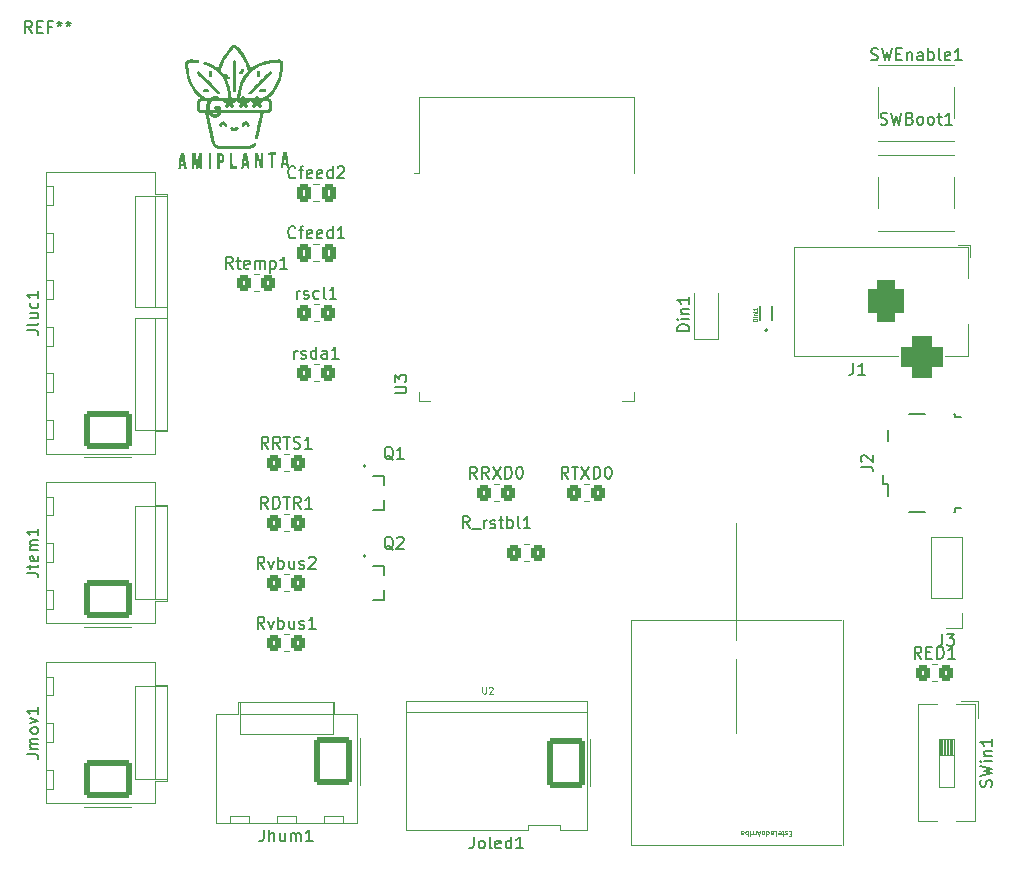
<source format=gto>
%TF.GenerationSoftware,KiCad,Pcbnew,6.0.2+dfsg-1*%
%TF.CreationDate,2022-10-25T22:12:17-05:00*%
%TF.ProjectId,amiplanta,616d6970-6c61-46e7-9461-2e6b69636164,rev?*%
%TF.SameCoordinates,Original*%
%TF.FileFunction,Legend,Top*%
%TF.FilePolarity,Positive*%
%FSLAX46Y46*%
G04 Gerber Fmt 4.6, Leading zero omitted, Abs format (unit mm)*
G04 Created by KiCad (PCBNEW 6.0.2+dfsg-1) date 2022-10-25 22:12:17*
%MOMM*%
%LPD*%
G01*
G04 APERTURE LIST*
G04 Aperture macros list*
%AMRoundRect*
0 Rectangle with rounded corners*
0 $1 Rounding radius*
0 $2 $3 $4 $5 $6 $7 $8 $9 X,Y pos of 4 corners*
0 Add a 4 corners polygon primitive as box body*
4,1,4,$2,$3,$4,$5,$6,$7,$8,$9,$2,$3,0*
0 Add four circle primitives for the rounded corners*
1,1,$1+$1,$2,$3*
1,1,$1+$1,$4,$5*
1,1,$1+$1,$6,$7*
1,1,$1+$1,$8,$9*
0 Add four rect primitives between the rounded corners*
20,1,$1+$1,$2,$3,$4,$5,0*
20,1,$1+$1,$4,$5,$6,$7,0*
20,1,$1+$1,$6,$7,$8,$9,0*
20,1,$1+$1,$8,$9,$2,$3,0*%
G04 Aperture macros list end*
%ADD10C,0.150000*%
%ADD11C,0.080000*%
%ADD12C,0.012500*%
%ADD13C,0.300000*%
%ADD14C,0.120000*%
%ADD15C,0.127000*%
%ADD16C,0.200000*%
%ADD17RoundRect,0.250000X1.800000X-1.330000X1.800000X1.330000X-1.800000X1.330000X-1.800000X-1.330000X0*%
%ADD18O,4.100000X3.160000*%
%ADD19R,1.120000X2.440000*%
%ADD20R,0.800000X0.600000*%
%ADD21RoundRect,0.250000X-0.350000X-0.450000X0.350000X-0.450000X0.350000X0.450000X-0.350000X0.450000X0*%
%ADD22R,1.550000X1.300000*%
%ADD23C,3.810000*%
%ADD24C,1.500000*%
%ADD25R,3.500000X3.500000*%
%ADD26RoundRect,0.750000X-0.750000X-1.000000X0.750000X-1.000000X0.750000X1.000000X-0.750000X1.000000X0*%
%ADD27RoundRect,0.875000X-0.875000X-0.875000X0.875000X-0.875000X0.875000X0.875000X-0.875000X0.875000X0*%
%ADD28R,2.000000X0.900000*%
%ADD29R,0.900000X2.000000*%
%ADD30R,5.000000X5.000000*%
%ADD31O,0.800000X0.800000*%
%ADD32R,1.300000X0.450000*%
%ADD33O,1.800000X1.150000*%
%ADD34O,2.000000X1.450000*%
%ADD35R,1.100000X1.100000*%
%ADD36R,1.700000X1.700000*%
%ADD37O,1.700000X1.700000*%
%ADD38C,7.400000*%
%ADD39RoundRect,0.250000X-0.337500X-0.475000X0.337500X-0.475000X0.337500X0.475000X-0.337500X0.475000X0*%
%ADD40RoundRect,0.250000X1.330000X1.850000X-1.330000X1.850000X-1.330000X-1.850000X1.330000X-1.850000X0*%
%ADD41O,3.160000X4.200000*%
%ADD42RoundRect,0.250000X1.330000X1.800000X-1.330000X1.800000X-1.330000X-1.800000X1.330000X-1.800000X0*%
%ADD43O,3.160000X4.100000*%
%ADD44R,0.400000X0.480000*%
G04 APERTURE END LIST*
D10*
%TO.C,Jtem1*%
X26267380Y-88074285D02*
X26981666Y-88074285D01*
X27124523Y-88121904D01*
X27219761Y-88217142D01*
X27267380Y-88360000D01*
X27267380Y-88455238D01*
X26600714Y-87740952D02*
X26600714Y-87360000D01*
X26267380Y-87598095D02*
X27124523Y-87598095D01*
X27219761Y-87550476D01*
X27267380Y-87455238D01*
X27267380Y-87360000D01*
X27219761Y-86645714D02*
X27267380Y-86740952D01*
X27267380Y-86931428D01*
X27219761Y-87026666D01*
X27124523Y-87074285D01*
X26743571Y-87074285D01*
X26648333Y-87026666D01*
X26600714Y-86931428D01*
X26600714Y-86740952D01*
X26648333Y-86645714D01*
X26743571Y-86598095D01*
X26838809Y-86598095D01*
X26934047Y-87074285D01*
X27267380Y-86169523D02*
X26600714Y-86169523D01*
X26695952Y-86169523D02*
X26648333Y-86121904D01*
X26600714Y-86026666D01*
X26600714Y-85883809D01*
X26648333Y-85788571D01*
X26743571Y-85740952D01*
X27267380Y-85740952D01*
X26743571Y-85740952D02*
X26648333Y-85693333D01*
X26600714Y-85598095D01*
X26600714Y-85455238D01*
X26648333Y-85360000D01*
X26743571Y-85312380D01*
X27267380Y-85312380D01*
X27267380Y-84312380D02*
X27267380Y-84883809D01*
X27267380Y-84598095D02*
X26267380Y-84598095D01*
X26410238Y-84693333D01*
X26505476Y-84788571D01*
X26553095Y-84883809D01*
%TO.C,SWin1*%
X107964761Y-106163809D02*
X108012380Y-106020952D01*
X108012380Y-105782857D01*
X107964761Y-105687619D01*
X107917142Y-105640000D01*
X107821904Y-105592380D01*
X107726666Y-105592380D01*
X107631428Y-105640000D01*
X107583809Y-105687619D01*
X107536190Y-105782857D01*
X107488571Y-105973333D01*
X107440952Y-106068571D01*
X107393333Y-106116190D01*
X107298095Y-106163809D01*
X107202857Y-106163809D01*
X107107619Y-106116190D01*
X107060000Y-106068571D01*
X107012380Y-105973333D01*
X107012380Y-105735238D01*
X107060000Y-105592380D01*
X107012380Y-105259047D02*
X108012380Y-105020952D01*
X107298095Y-104830476D01*
X108012380Y-104640000D01*
X107012380Y-104401904D01*
X108012380Y-104020952D02*
X107345714Y-104020952D01*
X107012380Y-104020952D02*
X107060000Y-104068571D01*
X107107619Y-104020952D01*
X107060000Y-103973333D01*
X107012380Y-104020952D01*
X107107619Y-104020952D01*
X107345714Y-103544761D02*
X108012380Y-103544761D01*
X107440952Y-103544761D02*
X107393333Y-103497142D01*
X107345714Y-103401904D01*
X107345714Y-103259047D01*
X107393333Y-103163809D01*
X107488571Y-103116190D01*
X108012380Y-103116190D01*
X108012380Y-102116190D02*
X108012380Y-102687619D01*
X108012380Y-102401904D02*
X107012380Y-102401904D01*
X107155238Y-102497142D01*
X107250476Y-102592380D01*
X107298095Y-102687619D01*
%TO.C,Q2*%
X57299761Y-86112619D02*
X57204523Y-86065000D01*
X57109285Y-85969761D01*
X56966428Y-85826904D01*
X56871190Y-85779285D01*
X56775952Y-85779285D01*
X56823571Y-86017380D02*
X56728333Y-85969761D01*
X56633095Y-85874523D01*
X56585476Y-85684047D01*
X56585476Y-85350714D01*
X56633095Y-85160238D01*
X56728333Y-85065000D01*
X56823571Y-85017380D01*
X57014047Y-85017380D01*
X57109285Y-85065000D01*
X57204523Y-85160238D01*
X57252142Y-85350714D01*
X57252142Y-85684047D01*
X57204523Y-85874523D01*
X57109285Y-85969761D01*
X57014047Y-86017380D01*
X56823571Y-86017380D01*
X57633095Y-85112619D02*
X57680714Y-85065000D01*
X57775952Y-85017380D01*
X58014047Y-85017380D01*
X58109285Y-85065000D01*
X58156904Y-85112619D01*
X58204523Y-85207857D01*
X58204523Y-85303095D01*
X58156904Y-85445952D01*
X57585476Y-86017380D01*
X58204523Y-86017380D01*
%TO.C,RRTS1*%
X46736190Y-77542380D02*
X46402857Y-77066190D01*
X46164761Y-77542380D02*
X46164761Y-76542380D01*
X46545714Y-76542380D01*
X46640952Y-76590000D01*
X46688571Y-76637619D01*
X46736190Y-76732857D01*
X46736190Y-76875714D01*
X46688571Y-76970952D01*
X46640952Y-77018571D01*
X46545714Y-77066190D01*
X46164761Y-77066190D01*
X47736190Y-77542380D02*
X47402857Y-77066190D01*
X47164761Y-77542380D02*
X47164761Y-76542380D01*
X47545714Y-76542380D01*
X47640952Y-76590000D01*
X47688571Y-76637619D01*
X47736190Y-76732857D01*
X47736190Y-76875714D01*
X47688571Y-76970952D01*
X47640952Y-77018571D01*
X47545714Y-77066190D01*
X47164761Y-77066190D01*
X48021904Y-76542380D02*
X48593333Y-76542380D01*
X48307619Y-77542380D02*
X48307619Y-76542380D01*
X48879047Y-77494761D02*
X49021904Y-77542380D01*
X49260000Y-77542380D01*
X49355238Y-77494761D01*
X49402857Y-77447142D01*
X49450476Y-77351904D01*
X49450476Y-77256666D01*
X49402857Y-77161428D01*
X49355238Y-77113809D01*
X49260000Y-77066190D01*
X49069523Y-77018571D01*
X48974285Y-76970952D01*
X48926666Y-76923333D01*
X48879047Y-76828095D01*
X48879047Y-76732857D01*
X48926666Y-76637619D01*
X48974285Y-76590000D01*
X49069523Y-76542380D01*
X49307619Y-76542380D01*
X49450476Y-76590000D01*
X50402857Y-77542380D02*
X49831428Y-77542380D01*
X50117142Y-77542380D02*
X50117142Y-76542380D01*
X50021904Y-76685238D01*
X49926666Y-76780476D01*
X49831428Y-76828095D01*
%TO.C,SWEnable1*%
X97766666Y-44614761D02*
X97909523Y-44662380D01*
X98147619Y-44662380D01*
X98242857Y-44614761D01*
X98290476Y-44567142D01*
X98338095Y-44471904D01*
X98338095Y-44376666D01*
X98290476Y-44281428D01*
X98242857Y-44233809D01*
X98147619Y-44186190D01*
X97957142Y-44138571D01*
X97861904Y-44090952D01*
X97814285Y-44043333D01*
X97766666Y-43948095D01*
X97766666Y-43852857D01*
X97814285Y-43757619D01*
X97861904Y-43710000D01*
X97957142Y-43662380D01*
X98195238Y-43662380D01*
X98338095Y-43710000D01*
X98671428Y-43662380D02*
X98909523Y-44662380D01*
X99100000Y-43948095D01*
X99290476Y-44662380D01*
X99528571Y-43662380D01*
X99909523Y-44138571D02*
X100242857Y-44138571D01*
X100385714Y-44662380D02*
X99909523Y-44662380D01*
X99909523Y-43662380D01*
X100385714Y-43662380D01*
X100814285Y-43995714D02*
X100814285Y-44662380D01*
X100814285Y-44090952D02*
X100861904Y-44043333D01*
X100957142Y-43995714D01*
X101100000Y-43995714D01*
X101195238Y-44043333D01*
X101242857Y-44138571D01*
X101242857Y-44662380D01*
X102147619Y-44662380D02*
X102147619Y-44138571D01*
X102100000Y-44043333D01*
X102004761Y-43995714D01*
X101814285Y-43995714D01*
X101719047Y-44043333D01*
X102147619Y-44614761D02*
X102052380Y-44662380D01*
X101814285Y-44662380D01*
X101719047Y-44614761D01*
X101671428Y-44519523D01*
X101671428Y-44424285D01*
X101719047Y-44329047D01*
X101814285Y-44281428D01*
X102052380Y-44281428D01*
X102147619Y-44233809D01*
X102623809Y-44662380D02*
X102623809Y-43662380D01*
X102623809Y-44043333D02*
X102719047Y-43995714D01*
X102909523Y-43995714D01*
X103004761Y-44043333D01*
X103052380Y-44090952D01*
X103100000Y-44186190D01*
X103100000Y-44471904D01*
X103052380Y-44567142D01*
X103004761Y-44614761D01*
X102909523Y-44662380D01*
X102719047Y-44662380D01*
X102623809Y-44614761D01*
X103671428Y-44662380D02*
X103576190Y-44614761D01*
X103528571Y-44519523D01*
X103528571Y-43662380D01*
X104433333Y-44614761D02*
X104338095Y-44662380D01*
X104147619Y-44662380D01*
X104052380Y-44614761D01*
X104004761Y-44519523D01*
X104004761Y-44138571D01*
X104052380Y-44043333D01*
X104147619Y-43995714D01*
X104338095Y-43995714D01*
X104433333Y-44043333D01*
X104480952Y-44138571D01*
X104480952Y-44233809D01*
X104004761Y-44329047D01*
X105433333Y-44662380D02*
X104861904Y-44662380D01*
X105147619Y-44662380D02*
X105147619Y-43662380D01*
X105052380Y-43805238D01*
X104957142Y-43900476D01*
X104861904Y-43948095D01*
D11*
%TO.C,U2*%
X64858952Y-97742809D02*
X64858952Y-98188047D01*
X64885142Y-98240428D01*
X64911333Y-98266619D01*
X64963714Y-98292809D01*
X65068476Y-98292809D01*
X65120857Y-98266619D01*
X65147047Y-98240428D01*
X65173238Y-98188047D01*
X65173238Y-97742809D01*
X65408952Y-97795190D02*
X65435142Y-97769000D01*
X65487523Y-97742809D01*
X65618476Y-97742809D01*
X65670857Y-97769000D01*
X65697047Y-97795190D01*
X65723238Y-97847571D01*
X65723238Y-97899952D01*
X65697047Y-97978523D01*
X65382761Y-98292809D01*
X65723238Y-98292809D01*
D12*
X91014285Y-110137571D02*
X90880952Y-110137571D01*
X90823809Y-109928047D02*
X91014285Y-109928047D01*
X91014285Y-110328047D01*
X90823809Y-110328047D01*
X90671428Y-109947095D02*
X90633333Y-109928047D01*
X90557142Y-109928047D01*
X90519047Y-109947095D01*
X90500000Y-109985190D01*
X90500000Y-110004238D01*
X90519047Y-110042333D01*
X90557142Y-110061380D01*
X90614285Y-110061380D01*
X90652380Y-110080428D01*
X90671428Y-110118523D01*
X90671428Y-110137571D01*
X90652380Y-110175666D01*
X90614285Y-110194714D01*
X90557142Y-110194714D01*
X90519047Y-110175666D01*
X90385714Y-110194714D02*
X90233333Y-110194714D01*
X90328571Y-110328047D02*
X90328571Y-109985190D01*
X90309523Y-109947095D01*
X90271428Y-109928047D01*
X90233333Y-109928047D01*
X89947619Y-109947095D02*
X89985714Y-109928047D01*
X90061904Y-109928047D01*
X90100000Y-109947095D01*
X90119047Y-109985190D01*
X90119047Y-110137571D01*
X90100000Y-110175666D01*
X90061904Y-110194714D01*
X89985714Y-110194714D01*
X89947619Y-110175666D01*
X89928571Y-110137571D01*
X89928571Y-110099476D01*
X90119047Y-110061380D01*
X89566666Y-109928047D02*
X89757142Y-109928047D01*
X89757142Y-110328047D01*
X89261904Y-109928047D02*
X89261904Y-110137571D01*
X89280952Y-110175666D01*
X89319047Y-110194714D01*
X89395238Y-110194714D01*
X89433333Y-110175666D01*
X89261904Y-109947095D02*
X89300000Y-109928047D01*
X89395238Y-109928047D01*
X89433333Y-109947095D01*
X89452380Y-109985190D01*
X89452380Y-110023285D01*
X89433333Y-110061380D01*
X89395238Y-110080428D01*
X89300000Y-110080428D01*
X89261904Y-110099476D01*
X88900000Y-109928047D02*
X88900000Y-110328047D01*
X88900000Y-109947095D02*
X88938095Y-109928047D01*
X89014285Y-109928047D01*
X89052380Y-109947095D01*
X89071428Y-109966142D01*
X89090476Y-110004238D01*
X89090476Y-110118523D01*
X89071428Y-110156619D01*
X89052380Y-110175666D01*
X89014285Y-110194714D01*
X88938095Y-110194714D01*
X88900000Y-110175666D01*
X88652380Y-109928047D02*
X88690476Y-109947095D01*
X88709523Y-109966142D01*
X88728571Y-110004238D01*
X88728571Y-110118523D01*
X88709523Y-110156619D01*
X88690476Y-110175666D01*
X88652380Y-110194714D01*
X88595238Y-110194714D01*
X88557142Y-110175666D01*
X88538095Y-110156619D01*
X88519047Y-110118523D01*
X88519047Y-110004238D01*
X88538095Y-109966142D01*
X88557142Y-109947095D01*
X88595238Y-109928047D01*
X88652380Y-109928047D01*
X88366666Y-110042333D02*
X88176190Y-110042333D01*
X88404761Y-109928047D02*
X88271428Y-110328047D01*
X88138095Y-109928047D01*
X88004761Y-109928047D02*
X88004761Y-110194714D01*
X88004761Y-110118523D02*
X87985714Y-110156619D01*
X87966666Y-110175666D01*
X87928571Y-110194714D01*
X87890476Y-110194714D01*
X87757142Y-109928047D02*
X87757142Y-110194714D01*
X87757142Y-110118523D02*
X87738095Y-110156619D01*
X87719047Y-110175666D01*
X87680952Y-110194714D01*
X87642857Y-110194714D01*
X87509523Y-109928047D02*
X87509523Y-110194714D01*
X87509523Y-110328047D02*
X87528571Y-110309000D01*
X87509523Y-110289952D01*
X87490476Y-110309000D01*
X87509523Y-110328047D01*
X87509523Y-110289952D01*
X87319047Y-109928047D02*
X87319047Y-110328047D01*
X87319047Y-110175666D02*
X87280952Y-110194714D01*
X87204761Y-110194714D01*
X87166666Y-110175666D01*
X87147619Y-110156619D01*
X87128571Y-110118523D01*
X87128571Y-110004238D01*
X87147619Y-109966142D01*
X87166666Y-109947095D01*
X87204761Y-109928047D01*
X87280952Y-109928047D01*
X87319047Y-109947095D01*
X86785714Y-109928047D02*
X86785714Y-110137571D01*
X86804761Y-110175666D01*
X86842857Y-110194714D01*
X86919047Y-110194714D01*
X86957142Y-110175666D01*
X86785714Y-109947095D02*
X86823809Y-109928047D01*
X86919047Y-109928047D01*
X86957142Y-109947095D01*
X86976190Y-109985190D01*
X86976190Y-110023285D01*
X86957142Y-110061380D01*
X86919047Y-110080428D01*
X86823809Y-110080428D01*
X86785714Y-110099476D01*
D10*
%TO.C,J1*%
X96276666Y-70284880D02*
X96276666Y-70999166D01*
X96229047Y-71142023D01*
X96133809Y-71237261D01*
X95990952Y-71284880D01*
X95895714Y-71284880D01*
X97276666Y-71284880D02*
X96705238Y-71284880D01*
X96990952Y-71284880D02*
X96990952Y-70284880D01*
X96895714Y-70427738D01*
X96800476Y-70522976D01*
X96705238Y-70570595D01*
%TO.C,RED1*%
X102020952Y-95322380D02*
X101687619Y-94846190D01*
X101449523Y-95322380D02*
X101449523Y-94322380D01*
X101830476Y-94322380D01*
X101925714Y-94370000D01*
X101973333Y-94417619D01*
X102020952Y-94512857D01*
X102020952Y-94655714D01*
X101973333Y-94750952D01*
X101925714Y-94798571D01*
X101830476Y-94846190D01*
X101449523Y-94846190D01*
X102449523Y-94798571D02*
X102782857Y-94798571D01*
X102925714Y-95322380D02*
X102449523Y-95322380D01*
X102449523Y-94322380D01*
X102925714Y-94322380D01*
X103354285Y-95322380D02*
X103354285Y-94322380D01*
X103592380Y-94322380D01*
X103735238Y-94370000D01*
X103830476Y-94465238D01*
X103878095Y-94560476D01*
X103925714Y-94750952D01*
X103925714Y-94893809D01*
X103878095Y-95084285D01*
X103830476Y-95179523D01*
X103735238Y-95274761D01*
X103592380Y-95322380D01*
X103354285Y-95322380D01*
X104878095Y-95322380D02*
X104306666Y-95322380D01*
X104592380Y-95322380D02*
X104592380Y-94322380D01*
X104497142Y-94465238D01*
X104401904Y-94560476D01*
X104306666Y-94608095D01*
%TO.C,RDTR1*%
X46712380Y-82622380D02*
X46379047Y-82146190D01*
X46140952Y-82622380D02*
X46140952Y-81622380D01*
X46521904Y-81622380D01*
X46617142Y-81670000D01*
X46664761Y-81717619D01*
X46712380Y-81812857D01*
X46712380Y-81955714D01*
X46664761Y-82050952D01*
X46617142Y-82098571D01*
X46521904Y-82146190D01*
X46140952Y-82146190D01*
X47140952Y-82622380D02*
X47140952Y-81622380D01*
X47379047Y-81622380D01*
X47521904Y-81670000D01*
X47617142Y-81765238D01*
X47664761Y-81860476D01*
X47712380Y-82050952D01*
X47712380Y-82193809D01*
X47664761Y-82384285D01*
X47617142Y-82479523D01*
X47521904Y-82574761D01*
X47379047Y-82622380D01*
X47140952Y-82622380D01*
X47998095Y-81622380D02*
X48569523Y-81622380D01*
X48283809Y-82622380D02*
X48283809Y-81622380D01*
X49474285Y-82622380D02*
X49140952Y-82146190D01*
X48902857Y-82622380D02*
X48902857Y-81622380D01*
X49283809Y-81622380D01*
X49379047Y-81670000D01*
X49426666Y-81717619D01*
X49474285Y-81812857D01*
X49474285Y-81955714D01*
X49426666Y-82050952D01*
X49379047Y-82098571D01*
X49283809Y-82146190D01*
X48902857Y-82146190D01*
X50426666Y-82622380D02*
X49855238Y-82622380D01*
X50140952Y-82622380D02*
X50140952Y-81622380D01*
X50045714Y-81765238D01*
X49950476Y-81860476D01*
X49855238Y-81908095D01*
%TO.C,U3*%
X57422380Y-72861904D02*
X58231904Y-72861904D01*
X58327142Y-72814285D01*
X58374761Y-72766666D01*
X58422380Y-72671428D01*
X58422380Y-72480952D01*
X58374761Y-72385714D01*
X58327142Y-72338095D01*
X58231904Y-72290476D01*
X57422380Y-72290476D01*
X57422380Y-71909523D02*
X57422380Y-71290476D01*
X57803333Y-71623809D01*
X57803333Y-71480952D01*
X57850952Y-71385714D01*
X57898571Y-71338095D01*
X57993809Y-71290476D01*
X58231904Y-71290476D01*
X58327142Y-71338095D01*
X58374761Y-71385714D01*
X58422380Y-71480952D01*
X58422380Y-71766666D01*
X58374761Y-71861904D01*
X58327142Y-71909523D01*
D13*
%TO.C,G\u002A\u002A\u002A*%
X42507428Y-47938000D02*
X42362285Y-47865428D01*
X42144571Y-47865428D01*
X41926857Y-47938000D01*
X41781714Y-48083142D01*
X41709142Y-48228285D01*
X41636571Y-48518571D01*
X41636571Y-48736285D01*
X41709142Y-49026571D01*
X41781714Y-49171714D01*
X41926857Y-49316857D01*
X42144571Y-49389428D01*
X42289714Y-49389428D01*
X42507428Y-49316857D01*
X42580000Y-49244285D01*
X42580000Y-48736285D01*
X42289714Y-48736285D01*
X43450857Y-47865428D02*
X43450857Y-48228285D01*
X43088000Y-48083142D02*
X43450857Y-48228285D01*
X43813714Y-48083142D01*
X43233142Y-48518571D02*
X43450857Y-48228285D01*
X43668571Y-48518571D01*
X44612000Y-47865428D02*
X44612000Y-48228285D01*
X44249142Y-48083142D02*
X44612000Y-48228285D01*
X44974857Y-48083142D01*
X44394285Y-48518571D02*
X44612000Y-48228285D01*
X44829714Y-48518571D01*
X45773142Y-47865428D02*
X45773142Y-48228285D01*
X45410285Y-48083142D02*
X45773142Y-48228285D01*
X46136000Y-48083142D01*
X45555428Y-48518571D02*
X45773142Y-48228285D01*
X45990857Y-48518571D01*
D10*
%TO.C,Jmov1*%
X26267380Y-103433333D02*
X26981666Y-103433333D01*
X27124523Y-103480952D01*
X27219761Y-103576190D01*
X27267380Y-103719047D01*
X27267380Y-103814285D01*
X27267380Y-102957142D02*
X26600714Y-102957142D01*
X26695952Y-102957142D02*
X26648333Y-102909523D01*
X26600714Y-102814285D01*
X26600714Y-102671428D01*
X26648333Y-102576190D01*
X26743571Y-102528571D01*
X27267380Y-102528571D01*
X26743571Y-102528571D02*
X26648333Y-102480952D01*
X26600714Y-102385714D01*
X26600714Y-102242857D01*
X26648333Y-102147619D01*
X26743571Y-102100000D01*
X27267380Y-102100000D01*
X27267380Y-101480952D02*
X27219761Y-101576190D01*
X27172142Y-101623809D01*
X27076904Y-101671428D01*
X26791190Y-101671428D01*
X26695952Y-101623809D01*
X26648333Y-101576190D01*
X26600714Y-101480952D01*
X26600714Y-101338095D01*
X26648333Y-101242857D01*
X26695952Y-101195238D01*
X26791190Y-101147619D01*
X27076904Y-101147619D01*
X27172142Y-101195238D01*
X27219761Y-101242857D01*
X27267380Y-101338095D01*
X27267380Y-101480952D01*
X26600714Y-100814285D02*
X27267380Y-100576190D01*
X26600714Y-100338095D01*
X27267380Y-99433333D02*
X27267380Y-100004761D01*
X27267380Y-99719047D02*
X26267380Y-99719047D01*
X26410238Y-99814285D01*
X26505476Y-99909523D01*
X26553095Y-100004761D01*
%TO.C,J2*%
X96902380Y-79083333D02*
X97616666Y-79083333D01*
X97759523Y-79130952D01*
X97854761Y-79226190D01*
X97902380Y-79369047D01*
X97902380Y-79464285D01*
X96997619Y-78654761D02*
X96950000Y-78607142D01*
X96902380Y-78511904D01*
X96902380Y-78273809D01*
X96950000Y-78178571D01*
X96997619Y-78130952D01*
X97092857Y-78083333D01*
X97188095Y-78083333D01*
X97330952Y-78130952D01*
X97902380Y-78702380D01*
X97902380Y-78083333D01*
%TO.C,rsda1*%
X48942857Y-69922380D02*
X48942857Y-69255714D01*
X48942857Y-69446190D02*
X48990476Y-69350952D01*
X49038095Y-69303333D01*
X49133333Y-69255714D01*
X49228571Y-69255714D01*
X49514285Y-69874761D02*
X49609523Y-69922380D01*
X49800000Y-69922380D01*
X49895238Y-69874761D01*
X49942857Y-69779523D01*
X49942857Y-69731904D01*
X49895238Y-69636666D01*
X49800000Y-69589047D01*
X49657142Y-69589047D01*
X49561904Y-69541428D01*
X49514285Y-69446190D01*
X49514285Y-69398571D01*
X49561904Y-69303333D01*
X49657142Y-69255714D01*
X49800000Y-69255714D01*
X49895238Y-69303333D01*
X50800000Y-69922380D02*
X50800000Y-68922380D01*
X50800000Y-69874761D02*
X50704761Y-69922380D01*
X50514285Y-69922380D01*
X50419047Y-69874761D01*
X50371428Y-69827142D01*
X50323809Y-69731904D01*
X50323809Y-69446190D01*
X50371428Y-69350952D01*
X50419047Y-69303333D01*
X50514285Y-69255714D01*
X50704761Y-69255714D01*
X50800000Y-69303333D01*
X51704761Y-69922380D02*
X51704761Y-69398571D01*
X51657142Y-69303333D01*
X51561904Y-69255714D01*
X51371428Y-69255714D01*
X51276190Y-69303333D01*
X51704761Y-69874761D02*
X51609523Y-69922380D01*
X51371428Y-69922380D01*
X51276190Y-69874761D01*
X51228571Y-69779523D01*
X51228571Y-69684285D01*
X51276190Y-69589047D01*
X51371428Y-69541428D01*
X51609523Y-69541428D01*
X51704761Y-69493809D01*
X52704761Y-69922380D02*
X52133333Y-69922380D01*
X52419047Y-69922380D02*
X52419047Y-68922380D01*
X52323809Y-69065238D01*
X52228571Y-69160476D01*
X52133333Y-69208095D01*
%TO.C,RRXD0*%
X64397142Y-80082380D02*
X64063809Y-79606190D01*
X63825714Y-80082380D02*
X63825714Y-79082380D01*
X64206666Y-79082380D01*
X64301904Y-79130000D01*
X64349523Y-79177619D01*
X64397142Y-79272857D01*
X64397142Y-79415714D01*
X64349523Y-79510952D01*
X64301904Y-79558571D01*
X64206666Y-79606190D01*
X63825714Y-79606190D01*
X65397142Y-80082380D02*
X65063809Y-79606190D01*
X64825714Y-80082380D02*
X64825714Y-79082380D01*
X65206666Y-79082380D01*
X65301904Y-79130000D01*
X65349523Y-79177619D01*
X65397142Y-79272857D01*
X65397142Y-79415714D01*
X65349523Y-79510952D01*
X65301904Y-79558571D01*
X65206666Y-79606190D01*
X64825714Y-79606190D01*
X65730476Y-79082380D02*
X66397142Y-80082380D01*
X66397142Y-79082380D02*
X65730476Y-80082380D01*
X66778095Y-80082380D02*
X66778095Y-79082380D01*
X67016190Y-79082380D01*
X67159047Y-79130000D01*
X67254285Y-79225238D01*
X67301904Y-79320476D01*
X67349523Y-79510952D01*
X67349523Y-79653809D01*
X67301904Y-79844285D01*
X67254285Y-79939523D01*
X67159047Y-80034761D01*
X67016190Y-80082380D01*
X66778095Y-80082380D01*
X67968571Y-79082380D02*
X68063809Y-79082380D01*
X68159047Y-79130000D01*
X68206666Y-79177619D01*
X68254285Y-79272857D01*
X68301904Y-79463333D01*
X68301904Y-79701428D01*
X68254285Y-79891904D01*
X68206666Y-79987142D01*
X68159047Y-80034761D01*
X68063809Y-80082380D01*
X67968571Y-80082380D01*
X67873333Y-80034761D01*
X67825714Y-79987142D01*
X67778095Y-79891904D01*
X67730476Y-79701428D01*
X67730476Y-79463333D01*
X67778095Y-79272857D01*
X67825714Y-79177619D01*
X67873333Y-79130000D01*
X67968571Y-79082380D01*
%TO.C,Din1*%
X82367380Y-67595571D02*
X81367380Y-67595571D01*
X81367380Y-67357476D01*
X81415000Y-67214619D01*
X81510238Y-67119380D01*
X81605476Y-67071761D01*
X81795952Y-67024142D01*
X81938809Y-67024142D01*
X82129285Y-67071761D01*
X82224523Y-67119380D01*
X82319761Y-67214619D01*
X82367380Y-67357476D01*
X82367380Y-67595571D01*
X82367380Y-66595571D02*
X81700714Y-66595571D01*
X81367380Y-66595571D02*
X81415000Y-66643190D01*
X81462619Y-66595571D01*
X81415000Y-66547952D01*
X81367380Y-66595571D01*
X81462619Y-66595571D01*
X81700714Y-66119380D02*
X82367380Y-66119380D01*
X81795952Y-66119380D02*
X81748333Y-66071761D01*
X81700714Y-65976523D01*
X81700714Y-65833666D01*
X81748333Y-65738428D01*
X81843571Y-65690809D01*
X82367380Y-65690809D01*
X82367380Y-64690809D02*
X82367380Y-65262238D01*
X82367380Y-64976523D02*
X81367380Y-64976523D01*
X81510238Y-65071761D01*
X81605476Y-65167000D01*
X81653095Y-65262238D01*
%TO.C,Rtemp1*%
X43720000Y-62302380D02*
X43386666Y-61826190D01*
X43148571Y-62302380D02*
X43148571Y-61302380D01*
X43529523Y-61302380D01*
X43624761Y-61350000D01*
X43672380Y-61397619D01*
X43720000Y-61492857D01*
X43720000Y-61635714D01*
X43672380Y-61730952D01*
X43624761Y-61778571D01*
X43529523Y-61826190D01*
X43148571Y-61826190D01*
X44005714Y-61635714D02*
X44386666Y-61635714D01*
X44148571Y-61302380D02*
X44148571Y-62159523D01*
X44196190Y-62254761D01*
X44291428Y-62302380D01*
X44386666Y-62302380D01*
X45100952Y-62254761D02*
X45005714Y-62302380D01*
X44815238Y-62302380D01*
X44720000Y-62254761D01*
X44672380Y-62159523D01*
X44672380Y-61778571D01*
X44720000Y-61683333D01*
X44815238Y-61635714D01*
X45005714Y-61635714D01*
X45100952Y-61683333D01*
X45148571Y-61778571D01*
X45148571Y-61873809D01*
X44672380Y-61969047D01*
X45577142Y-62302380D02*
X45577142Y-61635714D01*
X45577142Y-61730952D02*
X45624761Y-61683333D01*
X45720000Y-61635714D01*
X45862857Y-61635714D01*
X45958095Y-61683333D01*
X46005714Y-61778571D01*
X46005714Y-62302380D01*
X46005714Y-61778571D02*
X46053333Y-61683333D01*
X46148571Y-61635714D01*
X46291428Y-61635714D01*
X46386666Y-61683333D01*
X46434285Y-61778571D01*
X46434285Y-62302380D01*
X46910476Y-61635714D02*
X46910476Y-62635714D01*
X46910476Y-61683333D02*
X47005714Y-61635714D01*
X47196190Y-61635714D01*
X47291428Y-61683333D01*
X47339047Y-61730952D01*
X47386666Y-61826190D01*
X47386666Y-62111904D01*
X47339047Y-62207142D01*
X47291428Y-62254761D01*
X47196190Y-62302380D01*
X47005714Y-62302380D01*
X46910476Y-62254761D01*
X48339047Y-62302380D02*
X47767619Y-62302380D01*
X48053333Y-62302380D02*
X48053333Y-61302380D01*
X47958095Y-61445238D01*
X47862857Y-61540476D01*
X47767619Y-61588095D01*
%TO.C,J3*%
X103806666Y-93222380D02*
X103806666Y-93936666D01*
X103759047Y-94079523D01*
X103663809Y-94174761D01*
X103520952Y-94222380D01*
X103425714Y-94222380D01*
X104187619Y-93222380D02*
X104806666Y-93222380D01*
X104473333Y-93603333D01*
X104616190Y-93603333D01*
X104711428Y-93650952D01*
X104759047Y-93698571D01*
X104806666Y-93793809D01*
X104806666Y-94031904D01*
X104759047Y-94127142D01*
X104711428Y-94174761D01*
X104616190Y-94222380D01*
X104330476Y-94222380D01*
X104235238Y-94174761D01*
X104187619Y-94127142D01*
%TO.C,SWBoot1*%
X98576190Y-50061761D02*
X98719047Y-50109380D01*
X98957142Y-50109380D01*
X99052380Y-50061761D01*
X99100000Y-50014142D01*
X99147619Y-49918904D01*
X99147619Y-49823666D01*
X99100000Y-49728428D01*
X99052380Y-49680809D01*
X98957142Y-49633190D01*
X98766666Y-49585571D01*
X98671428Y-49537952D01*
X98623809Y-49490333D01*
X98576190Y-49395095D01*
X98576190Y-49299857D01*
X98623809Y-49204619D01*
X98671428Y-49157000D01*
X98766666Y-49109380D01*
X99004761Y-49109380D01*
X99147619Y-49157000D01*
X99480952Y-49109380D02*
X99719047Y-50109380D01*
X99909523Y-49395095D01*
X100100000Y-50109380D01*
X100338095Y-49109380D01*
X101052380Y-49585571D02*
X101195238Y-49633190D01*
X101242857Y-49680809D01*
X101290476Y-49776047D01*
X101290476Y-49918904D01*
X101242857Y-50014142D01*
X101195238Y-50061761D01*
X101100000Y-50109380D01*
X100719047Y-50109380D01*
X100719047Y-49109380D01*
X101052380Y-49109380D01*
X101147619Y-49157000D01*
X101195238Y-49204619D01*
X101242857Y-49299857D01*
X101242857Y-49395095D01*
X101195238Y-49490333D01*
X101147619Y-49537952D01*
X101052380Y-49585571D01*
X100719047Y-49585571D01*
X101861904Y-50109380D02*
X101766666Y-50061761D01*
X101719047Y-50014142D01*
X101671428Y-49918904D01*
X101671428Y-49633190D01*
X101719047Y-49537952D01*
X101766666Y-49490333D01*
X101861904Y-49442714D01*
X102004761Y-49442714D01*
X102100000Y-49490333D01*
X102147619Y-49537952D01*
X102195238Y-49633190D01*
X102195238Y-49918904D01*
X102147619Y-50014142D01*
X102100000Y-50061761D01*
X102004761Y-50109380D01*
X101861904Y-50109380D01*
X102766666Y-50109380D02*
X102671428Y-50061761D01*
X102623809Y-50014142D01*
X102576190Y-49918904D01*
X102576190Y-49633190D01*
X102623809Y-49537952D01*
X102671428Y-49490333D01*
X102766666Y-49442714D01*
X102909523Y-49442714D01*
X103004761Y-49490333D01*
X103052380Y-49537952D01*
X103100000Y-49633190D01*
X103100000Y-49918904D01*
X103052380Y-50014142D01*
X103004761Y-50061761D01*
X102909523Y-50109380D01*
X102766666Y-50109380D01*
X103385714Y-49442714D02*
X103766666Y-49442714D01*
X103528571Y-49109380D02*
X103528571Y-49966523D01*
X103576190Y-50061761D01*
X103671428Y-50109380D01*
X103766666Y-50109380D01*
X104623809Y-50109380D02*
X104052380Y-50109380D01*
X104338095Y-50109380D02*
X104338095Y-49109380D01*
X104242857Y-49252238D01*
X104147619Y-49347476D01*
X104052380Y-49395095D01*
%TO.C,Rvbus1*%
X46402857Y-92782380D02*
X46069523Y-92306190D01*
X45831428Y-92782380D02*
X45831428Y-91782380D01*
X46212380Y-91782380D01*
X46307619Y-91830000D01*
X46355238Y-91877619D01*
X46402857Y-91972857D01*
X46402857Y-92115714D01*
X46355238Y-92210952D01*
X46307619Y-92258571D01*
X46212380Y-92306190D01*
X45831428Y-92306190D01*
X46736190Y-92115714D02*
X46974285Y-92782380D01*
X47212380Y-92115714D01*
X47593333Y-92782380D02*
X47593333Y-91782380D01*
X47593333Y-92163333D02*
X47688571Y-92115714D01*
X47879047Y-92115714D01*
X47974285Y-92163333D01*
X48021904Y-92210952D01*
X48069523Y-92306190D01*
X48069523Y-92591904D01*
X48021904Y-92687142D01*
X47974285Y-92734761D01*
X47879047Y-92782380D01*
X47688571Y-92782380D01*
X47593333Y-92734761D01*
X48926666Y-92115714D02*
X48926666Y-92782380D01*
X48498095Y-92115714D02*
X48498095Y-92639523D01*
X48545714Y-92734761D01*
X48640952Y-92782380D01*
X48783809Y-92782380D01*
X48879047Y-92734761D01*
X48926666Y-92687142D01*
X49355238Y-92734761D02*
X49450476Y-92782380D01*
X49640952Y-92782380D01*
X49736190Y-92734761D01*
X49783809Y-92639523D01*
X49783809Y-92591904D01*
X49736190Y-92496666D01*
X49640952Y-92449047D01*
X49498095Y-92449047D01*
X49402857Y-92401428D01*
X49355238Y-92306190D01*
X49355238Y-92258571D01*
X49402857Y-92163333D01*
X49498095Y-92115714D01*
X49640952Y-92115714D01*
X49736190Y-92163333D01*
X50736190Y-92782380D02*
X50164761Y-92782380D01*
X50450476Y-92782380D02*
X50450476Y-91782380D01*
X50355238Y-91925238D01*
X50260000Y-92020476D01*
X50164761Y-92068095D01*
%TO.C,R_rstbl1*%
X63778095Y-84272380D02*
X63444761Y-83796190D01*
X63206666Y-84272380D02*
X63206666Y-83272380D01*
X63587619Y-83272380D01*
X63682857Y-83320000D01*
X63730476Y-83367619D01*
X63778095Y-83462857D01*
X63778095Y-83605714D01*
X63730476Y-83700952D01*
X63682857Y-83748571D01*
X63587619Y-83796190D01*
X63206666Y-83796190D01*
X63968571Y-84367619D02*
X64730476Y-84367619D01*
X64968571Y-84272380D02*
X64968571Y-83605714D01*
X64968571Y-83796190D02*
X65016190Y-83700952D01*
X65063809Y-83653333D01*
X65159047Y-83605714D01*
X65254285Y-83605714D01*
X65540000Y-84224761D02*
X65635238Y-84272380D01*
X65825714Y-84272380D01*
X65920952Y-84224761D01*
X65968571Y-84129523D01*
X65968571Y-84081904D01*
X65920952Y-83986666D01*
X65825714Y-83939047D01*
X65682857Y-83939047D01*
X65587619Y-83891428D01*
X65540000Y-83796190D01*
X65540000Y-83748571D01*
X65587619Y-83653333D01*
X65682857Y-83605714D01*
X65825714Y-83605714D01*
X65920952Y-83653333D01*
X66254285Y-83605714D02*
X66635238Y-83605714D01*
X66397142Y-83272380D02*
X66397142Y-84129523D01*
X66444761Y-84224761D01*
X66540000Y-84272380D01*
X66635238Y-84272380D01*
X66968571Y-84272380D02*
X66968571Y-83272380D01*
X66968571Y-83653333D02*
X67063809Y-83605714D01*
X67254285Y-83605714D01*
X67349523Y-83653333D01*
X67397142Y-83700952D01*
X67444761Y-83796190D01*
X67444761Y-84081904D01*
X67397142Y-84177142D01*
X67349523Y-84224761D01*
X67254285Y-84272380D01*
X67063809Y-84272380D01*
X66968571Y-84224761D01*
X68016190Y-84272380D02*
X67920952Y-84224761D01*
X67873333Y-84129523D01*
X67873333Y-83272380D01*
X68920952Y-84272380D02*
X68349523Y-84272380D01*
X68635238Y-84272380D02*
X68635238Y-83272380D01*
X68540000Y-83415238D01*
X68444761Y-83510476D01*
X68349523Y-83558095D01*
%TO.C,REF\u002A\u002A*%
X26716666Y-42352380D02*
X26383333Y-41876190D01*
X26145238Y-42352380D02*
X26145238Y-41352380D01*
X26526190Y-41352380D01*
X26621428Y-41400000D01*
X26669047Y-41447619D01*
X26716666Y-41542857D01*
X26716666Y-41685714D01*
X26669047Y-41780952D01*
X26621428Y-41828571D01*
X26526190Y-41876190D01*
X26145238Y-41876190D01*
X27145238Y-41828571D02*
X27478571Y-41828571D01*
X27621428Y-42352380D02*
X27145238Y-42352380D01*
X27145238Y-41352380D01*
X27621428Y-41352380D01*
X28383333Y-41828571D02*
X28050000Y-41828571D01*
X28050000Y-42352380D02*
X28050000Y-41352380D01*
X28526190Y-41352380D01*
X29050000Y-41352380D02*
X29050000Y-41590476D01*
X28811904Y-41495238D02*
X29050000Y-41590476D01*
X29288095Y-41495238D01*
X28907142Y-41780952D02*
X29050000Y-41590476D01*
X29192857Y-41780952D01*
X29811904Y-41352380D02*
X29811904Y-41590476D01*
X29573809Y-41495238D02*
X29811904Y-41590476D01*
X30050000Y-41495238D01*
X29669047Y-41780952D02*
X29811904Y-41590476D01*
X29954761Y-41780952D01*
%TO.C,Cfeed1*%
X49038095Y-59637142D02*
X48990476Y-59684761D01*
X48847619Y-59732380D01*
X48752380Y-59732380D01*
X48609523Y-59684761D01*
X48514285Y-59589523D01*
X48466666Y-59494285D01*
X48419047Y-59303809D01*
X48419047Y-59160952D01*
X48466666Y-58970476D01*
X48514285Y-58875238D01*
X48609523Y-58780000D01*
X48752380Y-58732380D01*
X48847619Y-58732380D01*
X48990476Y-58780000D01*
X49038095Y-58827619D01*
X49323809Y-59065714D02*
X49704761Y-59065714D01*
X49466666Y-59732380D02*
X49466666Y-58875238D01*
X49514285Y-58780000D01*
X49609523Y-58732380D01*
X49704761Y-58732380D01*
X50419047Y-59684761D02*
X50323809Y-59732380D01*
X50133333Y-59732380D01*
X50038095Y-59684761D01*
X49990476Y-59589523D01*
X49990476Y-59208571D01*
X50038095Y-59113333D01*
X50133333Y-59065714D01*
X50323809Y-59065714D01*
X50419047Y-59113333D01*
X50466666Y-59208571D01*
X50466666Y-59303809D01*
X49990476Y-59399047D01*
X51276190Y-59684761D02*
X51180952Y-59732380D01*
X50990476Y-59732380D01*
X50895238Y-59684761D01*
X50847619Y-59589523D01*
X50847619Y-59208571D01*
X50895238Y-59113333D01*
X50990476Y-59065714D01*
X51180952Y-59065714D01*
X51276190Y-59113333D01*
X51323809Y-59208571D01*
X51323809Y-59303809D01*
X50847619Y-59399047D01*
X52180952Y-59732380D02*
X52180952Y-58732380D01*
X52180952Y-59684761D02*
X52085714Y-59732380D01*
X51895238Y-59732380D01*
X51800000Y-59684761D01*
X51752380Y-59637142D01*
X51704761Y-59541904D01*
X51704761Y-59256190D01*
X51752380Y-59160952D01*
X51800000Y-59113333D01*
X51895238Y-59065714D01*
X52085714Y-59065714D01*
X52180952Y-59113333D01*
X53180952Y-59732380D02*
X52609523Y-59732380D01*
X52895238Y-59732380D02*
X52895238Y-58732380D01*
X52800000Y-58875238D01*
X52704761Y-58970476D01*
X52609523Y-59018095D01*
%TO.C,Joled1*%
X64111428Y-110392380D02*
X64111428Y-111106666D01*
X64063809Y-111249523D01*
X63968571Y-111344761D01*
X63825714Y-111392380D01*
X63730476Y-111392380D01*
X64730476Y-111392380D02*
X64635238Y-111344761D01*
X64587619Y-111297142D01*
X64540000Y-111201904D01*
X64540000Y-110916190D01*
X64587619Y-110820952D01*
X64635238Y-110773333D01*
X64730476Y-110725714D01*
X64873333Y-110725714D01*
X64968571Y-110773333D01*
X65016190Y-110820952D01*
X65063809Y-110916190D01*
X65063809Y-111201904D01*
X65016190Y-111297142D01*
X64968571Y-111344761D01*
X64873333Y-111392380D01*
X64730476Y-111392380D01*
X65635238Y-111392380D02*
X65540000Y-111344761D01*
X65492380Y-111249523D01*
X65492380Y-110392380D01*
X66397142Y-111344761D02*
X66301904Y-111392380D01*
X66111428Y-111392380D01*
X66016190Y-111344761D01*
X65968571Y-111249523D01*
X65968571Y-110868571D01*
X66016190Y-110773333D01*
X66111428Y-110725714D01*
X66301904Y-110725714D01*
X66397142Y-110773333D01*
X66444761Y-110868571D01*
X66444761Y-110963809D01*
X65968571Y-111059047D01*
X67301904Y-111392380D02*
X67301904Y-110392380D01*
X67301904Y-111344761D02*
X67206666Y-111392380D01*
X67016190Y-111392380D01*
X66920952Y-111344761D01*
X66873333Y-111297142D01*
X66825714Y-111201904D01*
X66825714Y-110916190D01*
X66873333Y-110820952D01*
X66920952Y-110773333D01*
X67016190Y-110725714D01*
X67206666Y-110725714D01*
X67301904Y-110773333D01*
X68301904Y-111392380D02*
X67730476Y-111392380D01*
X68016190Y-111392380D02*
X68016190Y-110392380D01*
X67920952Y-110535238D01*
X67825714Y-110630476D01*
X67730476Y-110678095D01*
%TO.C,Q1*%
X57299761Y-78492619D02*
X57204523Y-78445000D01*
X57109285Y-78349761D01*
X56966428Y-78206904D01*
X56871190Y-78159285D01*
X56775952Y-78159285D01*
X56823571Y-78397380D02*
X56728333Y-78349761D01*
X56633095Y-78254523D01*
X56585476Y-78064047D01*
X56585476Y-77730714D01*
X56633095Y-77540238D01*
X56728333Y-77445000D01*
X56823571Y-77397380D01*
X57014047Y-77397380D01*
X57109285Y-77445000D01*
X57204523Y-77540238D01*
X57252142Y-77730714D01*
X57252142Y-78064047D01*
X57204523Y-78254523D01*
X57109285Y-78349761D01*
X57014047Y-78397380D01*
X56823571Y-78397380D01*
X58204523Y-78397380D02*
X57633095Y-78397380D01*
X57918809Y-78397380D02*
X57918809Y-77397380D01*
X57823571Y-77540238D01*
X57728333Y-77635476D01*
X57633095Y-77683095D01*
%TO.C,Jhum1*%
X46355238Y-109797380D02*
X46355238Y-110511666D01*
X46307619Y-110654523D01*
X46212380Y-110749761D01*
X46069523Y-110797380D01*
X45974285Y-110797380D01*
X46831428Y-110797380D02*
X46831428Y-109797380D01*
X47260000Y-110797380D02*
X47260000Y-110273571D01*
X47212380Y-110178333D01*
X47117142Y-110130714D01*
X46974285Y-110130714D01*
X46879047Y-110178333D01*
X46831428Y-110225952D01*
X48164761Y-110130714D02*
X48164761Y-110797380D01*
X47736190Y-110130714D02*
X47736190Y-110654523D01*
X47783809Y-110749761D01*
X47879047Y-110797380D01*
X48021904Y-110797380D01*
X48117142Y-110749761D01*
X48164761Y-110702142D01*
X48640952Y-110797380D02*
X48640952Y-110130714D01*
X48640952Y-110225952D02*
X48688571Y-110178333D01*
X48783809Y-110130714D01*
X48926666Y-110130714D01*
X49021904Y-110178333D01*
X49069523Y-110273571D01*
X49069523Y-110797380D01*
X49069523Y-110273571D02*
X49117142Y-110178333D01*
X49212380Y-110130714D01*
X49355238Y-110130714D01*
X49450476Y-110178333D01*
X49498095Y-110273571D01*
X49498095Y-110797380D01*
X50498095Y-110797380D02*
X49926666Y-110797380D01*
X50212380Y-110797380D02*
X50212380Y-109797380D01*
X50117142Y-109940238D01*
X50021904Y-110035476D01*
X49926666Y-110083095D01*
%TO.C,RTXD0*%
X72136190Y-80082380D02*
X71802857Y-79606190D01*
X71564761Y-80082380D02*
X71564761Y-79082380D01*
X71945714Y-79082380D01*
X72040952Y-79130000D01*
X72088571Y-79177619D01*
X72136190Y-79272857D01*
X72136190Y-79415714D01*
X72088571Y-79510952D01*
X72040952Y-79558571D01*
X71945714Y-79606190D01*
X71564761Y-79606190D01*
X72421904Y-79082380D02*
X72993333Y-79082380D01*
X72707619Y-80082380D02*
X72707619Y-79082380D01*
X73231428Y-79082380D02*
X73898095Y-80082380D01*
X73898095Y-79082380D02*
X73231428Y-80082380D01*
X74279047Y-80082380D02*
X74279047Y-79082380D01*
X74517142Y-79082380D01*
X74660000Y-79130000D01*
X74755238Y-79225238D01*
X74802857Y-79320476D01*
X74850476Y-79510952D01*
X74850476Y-79653809D01*
X74802857Y-79844285D01*
X74755238Y-79939523D01*
X74660000Y-80034761D01*
X74517142Y-80082380D01*
X74279047Y-80082380D01*
X75469523Y-79082380D02*
X75564761Y-79082380D01*
X75660000Y-79130000D01*
X75707619Y-79177619D01*
X75755238Y-79272857D01*
X75802857Y-79463333D01*
X75802857Y-79701428D01*
X75755238Y-79891904D01*
X75707619Y-79987142D01*
X75660000Y-80034761D01*
X75564761Y-80082380D01*
X75469523Y-80082380D01*
X75374285Y-80034761D01*
X75326666Y-79987142D01*
X75279047Y-79891904D01*
X75231428Y-79701428D01*
X75231428Y-79463333D01*
X75279047Y-79272857D01*
X75326666Y-79177619D01*
X75374285Y-79130000D01*
X75469523Y-79082380D01*
D11*
%TO.C,Dinl1*%
X88091561Y-66714952D02*
X87771561Y-66714952D01*
X87771561Y-66638761D01*
X87786800Y-66593047D01*
X87817276Y-66562571D01*
X87847752Y-66547333D01*
X87908704Y-66532095D01*
X87954419Y-66532095D01*
X88015371Y-66547333D01*
X88045847Y-66562571D01*
X88076323Y-66593047D01*
X88091561Y-66638761D01*
X88091561Y-66714952D01*
X88091561Y-66394952D02*
X87878228Y-66394952D01*
X87771561Y-66394952D02*
X87786800Y-66410190D01*
X87802038Y-66394952D01*
X87786800Y-66379714D01*
X87771561Y-66394952D01*
X87802038Y-66394952D01*
X87878228Y-66242571D02*
X88091561Y-66242571D01*
X87908704Y-66242571D02*
X87893466Y-66227333D01*
X87878228Y-66196857D01*
X87878228Y-66151142D01*
X87893466Y-66120666D01*
X87923942Y-66105428D01*
X88091561Y-66105428D01*
X88091561Y-65907333D02*
X88076323Y-65937809D01*
X88045847Y-65953047D01*
X87771561Y-65953047D01*
X88091561Y-65617809D02*
X88091561Y-65800666D01*
X88091561Y-65709238D02*
X87771561Y-65709238D01*
X87817276Y-65739714D01*
X87847752Y-65770190D01*
X87862990Y-65800666D01*
D10*
%TO.C,rscl1*%
X49157142Y-64842380D02*
X49157142Y-64175714D01*
X49157142Y-64366190D02*
X49204761Y-64270952D01*
X49252380Y-64223333D01*
X49347619Y-64175714D01*
X49442857Y-64175714D01*
X49728571Y-64794761D02*
X49823809Y-64842380D01*
X50014285Y-64842380D01*
X50109523Y-64794761D01*
X50157142Y-64699523D01*
X50157142Y-64651904D01*
X50109523Y-64556666D01*
X50014285Y-64509047D01*
X49871428Y-64509047D01*
X49776190Y-64461428D01*
X49728571Y-64366190D01*
X49728571Y-64318571D01*
X49776190Y-64223333D01*
X49871428Y-64175714D01*
X50014285Y-64175714D01*
X50109523Y-64223333D01*
X51014285Y-64794761D02*
X50919047Y-64842380D01*
X50728571Y-64842380D01*
X50633333Y-64794761D01*
X50585714Y-64747142D01*
X50538095Y-64651904D01*
X50538095Y-64366190D01*
X50585714Y-64270952D01*
X50633333Y-64223333D01*
X50728571Y-64175714D01*
X50919047Y-64175714D01*
X51014285Y-64223333D01*
X51585714Y-64842380D02*
X51490476Y-64794761D01*
X51442857Y-64699523D01*
X51442857Y-63842380D01*
X52490476Y-64842380D02*
X51919047Y-64842380D01*
X52204761Y-64842380D02*
X52204761Y-63842380D01*
X52109523Y-63985238D01*
X52014285Y-64080476D01*
X51919047Y-64128095D01*
%TO.C,Cfeed2*%
X49038095Y-54557142D02*
X48990476Y-54604761D01*
X48847619Y-54652380D01*
X48752380Y-54652380D01*
X48609523Y-54604761D01*
X48514285Y-54509523D01*
X48466666Y-54414285D01*
X48419047Y-54223809D01*
X48419047Y-54080952D01*
X48466666Y-53890476D01*
X48514285Y-53795238D01*
X48609523Y-53700000D01*
X48752380Y-53652380D01*
X48847619Y-53652380D01*
X48990476Y-53700000D01*
X49038095Y-53747619D01*
X49323809Y-53985714D02*
X49704761Y-53985714D01*
X49466666Y-54652380D02*
X49466666Y-53795238D01*
X49514285Y-53700000D01*
X49609523Y-53652380D01*
X49704761Y-53652380D01*
X50419047Y-54604761D02*
X50323809Y-54652380D01*
X50133333Y-54652380D01*
X50038095Y-54604761D01*
X49990476Y-54509523D01*
X49990476Y-54128571D01*
X50038095Y-54033333D01*
X50133333Y-53985714D01*
X50323809Y-53985714D01*
X50419047Y-54033333D01*
X50466666Y-54128571D01*
X50466666Y-54223809D01*
X49990476Y-54319047D01*
X51276190Y-54604761D02*
X51180952Y-54652380D01*
X50990476Y-54652380D01*
X50895238Y-54604761D01*
X50847619Y-54509523D01*
X50847619Y-54128571D01*
X50895238Y-54033333D01*
X50990476Y-53985714D01*
X51180952Y-53985714D01*
X51276190Y-54033333D01*
X51323809Y-54128571D01*
X51323809Y-54223809D01*
X50847619Y-54319047D01*
X52180952Y-54652380D02*
X52180952Y-53652380D01*
X52180952Y-54604761D02*
X52085714Y-54652380D01*
X51895238Y-54652380D01*
X51800000Y-54604761D01*
X51752380Y-54557142D01*
X51704761Y-54461904D01*
X51704761Y-54176190D01*
X51752380Y-54080952D01*
X51800000Y-54033333D01*
X51895238Y-53985714D01*
X52085714Y-53985714D01*
X52180952Y-54033333D01*
X52609523Y-53747619D02*
X52657142Y-53700000D01*
X52752380Y-53652380D01*
X52990476Y-53652380D01*
X53085714Y-53700000D01*
X53133333Y-53747619D01*
X53180952Y-53842857D01*
X53180952Y-53938095D01*
X53133333Y-54080952D01*
X52561904Y-54652380D01*
X53180952Y-54652380D01*
%TO.C,Rvbus2*%
X46402857Y-87702380D02*
X46069523Y-87226190D01*
X45831428Y-87702380D02*
X45831428Y-86702380D01*
X46212380Y-86702380D01*
X46307619Y-86750000D01*
X46355238Y-86797619D01*
X46402857Y-86892857D01*
X46402857Y-87035714D01*
X46355238Y-87130952D01*
X46307619Y-87178571D01*
X46212380Y-87226190D01*
X45831428Y-87226190D01*
X46736190Y-87035714D02*
X46974285Y-87702380D01*
X47212380Y-87035714D01*
X47593333Y-87702380D02*
X47593333Y-86702380D01*
X47593333Y-87083333D02*
X47688571Y-87035714D01*
X47879047Y-87035714D01*
X47974285Y-87083333D01*
X48021904Y-87130952D01*
X48069523Y-87226190D01*
X48069523Y-87511904D01*
X48021904Y-87607142D01*
X47974285Y-87654761D01*
X47879047Y-87702380D01*
X47688571Y-87702380D01*
X47593333Y-87654761D01*
X48926666Y-87035714D02*
X48926666Y-87702380D01*
X48498095Y-87035714D02*
X48498095Y-87559523D01*
X48545714Y-87654761D01*
X48640952Y-87702380D01*
X48783809Y-87702380D01*
X48879047Y-87654761D01*
X48926666Y-87607142D01*
X49355238Y-87654761D02*
X49450476Y-87702380D01*
X49640952Y-87702380D01*
X49736190Y-87654761D01*
X49783809Y-87559523D01*
X49783809Y-87511904D01*
X49736190Y-87416666D01*
X49640952Y-87369047D01*
X49498095Y-87369047D01*
X49402857Y-87321428D01*
X49355238Y-87226190D01*
X49355238Y-87178571D01*
X49402857Y-87083333D01*
X49498095Y-87035714D01*
X49640952Y-87035714D01*
X49736190Y-87083333D01*
X50164761Y-86797619D02*
X50212380Y-86750000D01*
X50307619Y-86702380D01*
X50545714Y-86702380D01*
X50640952Y-86750000D01*
X50688571Y-86797619D01*
X50736190Y-86892857D01*
X50736190Y-86988095D01*
X50688571Y-87130952D01*
X50117142Y-87702380D01*
X50736190Y-87702380D01*
%TO.C,Jluc1*%
X26267380Y-67516190D02*
X26981666Y-67516190D01*
X27124523Y-67563809D01*
X27219761Y-67659047D01*
X27267380Y-67801904D01*
X27267380Y-67897142D01*
X27267380Y-66897142D02*
X27219761Y-66992380D01*
X27124523Y-67040000D01*
X26267380Y-67040000D01*
X26600714Y-66087619D02*
X27267380Y-66087619D01*
X26600714Y-66516190D02*
X27124523Y-66516190D01*
X27219761Y-66468571D01*
X27267380Y-66373333D01*
X27267380Y-66230476D01*
X27219761Y-66135238D01*
X27172142Y-66087619D01*
X27219761Y-65182857D02*
X27267380Y-65278095D01*
X27267380Y-65468571D01*
X27219761Y-65563809D01*
X27172142Y-65611428D01*
X27076904Y-65659047D01*
X26791190Y-65659047D01*
X26695952Y-65611428D01*
X26648333Y-65563809D01*
X26600714Y-65468571D01*
X26600714Y-65278095D01*
X26648333Y-65182857D01*
X27267380Y-64230476D02*
X27267380Y-64801904D01*
X27267380Y-64516190D02*
X26267380Y-64516190D01*
X26410238Y-64611428D01*
X26505476Y-64706666D01*
X26553095Y-64801904D01*
D14*
%TO.C,Jtem1*%
X27905000Y-80380000D02*
X37130000Y-80380000D01*
X35465000Y-90320000D02*
X35465000Y-82400000D01*
X28505000Y-87160000D02*
X28505000Y-85560000D01*
X37130000Y-82285000D02*
X38135000Y-82285000D01*
X38135000Y-90435000D02*
X37130000Y-90435000D01*
X28505000Y-81600000D02*
X27905000Y-81600000D01*
X27905000Y-83200000D02*
X28505000Y-83200000D01*
X38135000Y-82285000D02*
X38135000Y-90435000D01*
X37135000Y-82400000D02*
X38135000Y-82400000D01*
X28505000Y-83200000D02*
X28505000Y-81600000D01*
X37130000Y-90435000D02*
X37130000Y-92340000D01*
X35465000Y-82400000D02*
X37135000Y-82400000D01*
X27905000Y-92340000D02*
X27905000Y-80380000D01*
X27905000Y-91120000D02*
X28505000Y-91120000D01*
X28505000Y-85560000D02*
X27905000Y-85560000D01*
X28505000Y-91120000D02*
X28505000Y-89520000D01*
X37135000Y-90320000D02*
X37135000Y-82400000D01*
X37130000Y-92340000D02*
X27905000Y-92340000D01*
X37130000Y-80380000D02*
X37130000Y-82285000D01*
X28505000Y-89520000D02*
X27905000Y-89520000D01*
X31125000Y-92630000D02*
X35125000Y-92630000D01*
X37135000Y-90320000D02*
X35465000Y-90320000D01*
X27905000Y-87160000D02*
X28505000Y-87160000D01*
X38135000Y-90320000D02*
X37135000Y-90320000D01*
%TO.C,SWin1*%
X103505000Y-106170000D02*
X104775000Y-106170000D01*
X103695000Y-102110000D02*
X103695000Y-103463333D01*
X106560000Y-109090000D02*
X104940000Y-109090000D01*
X104055000Y-102110000D02*
X104055000Y-103463333D01*
X106800000Y-98950000D02*
X106800000Y-100334000D01*
X103815000Y-102110000D02*
X103815000Y-103463333D01*
X103505000Y-102110000D02*
X103505000Y-106170000D01*
X104295000Y-102110000D02*
X104295000Y-103463333D01*
X101720000Y-99190000D02*
X101720000Y-109090000D01*
X104175000Y-102110000D02*
X104175000Y-103463333D01*
X106560000Y-99190000D02*
X106560000Y-109090000D01*
X104775000Y-103463333D02*
X103505000Y-103463333D01*
X106800000Y-98950000D02*
X105417000Y-98950000D01*
X106560000Y-99190000D02*
X104940000Y-99190000D01*
X104415000Y-102110000D02*
X104415000Y-103463333D01*
X104655000Y-102110000D02*
X104655000Y-103463333D01*
X103935000Y-102110000D02*
X103935000Y-103463333D01*
X104775000Y-102110000D02*
X103505000Y-102110000D01*
X104535000Y-102110000D02*
X104535000Y-103463333D01*
X103340000Y-99190000D02*
X101720000Y-99190000D01*
X103340000Y-109090000D02*
X101720000Y-109090000D01*
X103575000Y-102110000D02*
X103575000Y-103463333D01*
X104775000Y-106170000D02*
X104775000Y-102110000D01*
D15*
%TO.C,Q2*%
X56530000Y-88280000D02*
X56530000Y-87450000D01*
X56530000Y-90350000D02*
X55590000Y-90350000D01*
X55590000Y-87450000D02*
X56530000Y-87450000D01*
X56530000Y-90350000D02*
X56530000Y-89520000D01*
D16*
X54970000Y-86650000D02*
G75*
G03*
X54970000Y-86650000I-100000J0D01*
G01*
D14*
%TO.C,RRTS1*%
X48032936Y-79475000D02*
X48487064Y-79475000D01*
X48032936Y-78005000D02*
X48487064Y-78005000D01*
%TO.C,SWEnable1*%
X104830000Y-46960000D02*
X104830000Y-49560000D01*
X98370000Y-51490000D02*
X98370000Y-51460000D01*
X98370000Y-45030000D02*
X104830000Y-45030000D01*
X98370000Y-46960000D02*
X98370000Y-49560000D01*
X98370000Y-51490000D02*
X104830000Y-51490000D01*
X98370000Y-45060000D02*
X98370000Y-45030000D01*
X104830000Y-45030000D02*
X104830000Y-45060000D01*
X104830000Y-51490000D02*
X104830000Y-51460000D01*
%TO.C,U2*%
X95377000Y-111125000D02*
X95377000Y-92075000D01*
X77470000Y-111125000D02*
X77470000Y-92075000D01*
X86360000Y-83820000D02*
X86360000Y-101600000D01*
X95250000Y-92075000D02*
X77470000Y-92075000D01*
X95250000Y-111125000D02*
X77470000Y-111125000D01*
%TO.C,J1*%
X105960000Y-69682500D02*
X104060000Y-69682500D01*
X106160000Y-61332500D02*
X106160000Y-60282500D01*
X105110000Y-60282500D02*
X106160000Y-60282500D01*
X105960000Y-66982500D02*
X105960000Y-69682500D01*
X91260000Y-69682500D02*
X91260000Y-60482500D01*
X91260000Y-60482500D02*
X105960000Y-60482500D01*
X105960000Y-60482500D02*
X105960000Y-63082500D01*
X100060000Y-69682500D02*
X91260000Y-69682500D01*
%TO.C,RED1*%
X102912936Y-97255000D02*
X103367064Y-97255000D01*
X102912936Y-95785000D02*
X103367064Y-95785000D01*
%TO.C,RDTR1*%
X48032936Y-83085000D02*
X48487064Y-83085000D01*
X48032936Y-84555000D02*
X48487064Y-84555000D01*
%TO.C,U3*%
X59460000Y-72770000D02*
X59460000Y-73550000D01*
X77700000Y-73550000D02*
X76700000Y-73550000D01*
X59460000Y-54225000D02*
X59080000Y-54225000D01*
X77700000Y-72770000D02*
X77700000Y-73550000D01*
X77700000Y-47805000D02*
X77700000Y-54225000D01*
X59460000Y-47805000D02*
X77700000Y-47805000D01*
X59460000Y-73550000D02*
X60460000Y-73550000D01*
X59460000Y-47805000D02*
X59460000Y-54225000D01*
%TO.C,G\u002A\u002A\u002A*%
G36*
X44935311Y-49847978D02*
G01*
X44944395Y-49851551D01*
X45028324Y-49901064D01*
X45092796Y-49969710D01*
X45135329Y-50049074D01*
X45153439Y-50130744D01*
X45144645Y-50206307D01*
X45106463Y-50267350D01*
X45073973Y-50290668D01*
X45018750Y-50298616D01*
X44961794Y-50274118D01*
X44915394Y-50225350D01*
X44893344Y-50170449D01*
X44867883Y-50109964D01*
X44827887Y-50082555D01*
X44784669Y-50088646D01*
X44749540Y-50128661D01*
X44737896Y-50164622D01*
X44715645Y-50214408D01*
X44675574Y-50264849D01*
X44630890Y-50301641D01*
X44602115Y-50311675D01*
X44576024Y-50299585D01*
X44533701Y-50270176D01*
X44529801Y-50267137D01*
X44485594Y-50208067D01*
X44473926Y-50133220D01*
X44491919Y-50051163D01*
X44536694Y-49970463D01*
X44605371Y-49899688D01*
X44666457Y-49860470D01*
X44756405Y-49825578D01*
X44840049Y-49821605D01*
X44935311Y-49847978D01*
G37*
G36*
X41584369Y-47112574D02*
G01*
X41662260Y-47123084D01*
X41710450Y-47144693D01*
X41735463Y-47180746D01*
X41743824Y-47234591D01*
X41744078Y-47250271D01*
X41738468Y-47298351D01*
X41717409Y-47331518D01*
X41674556Y-47352367D01*
X41603564Y-47363491D01*
X41498089Y-47367486D01*
X41456924Y-47367682D01*
X41352391Y-47365846D01*
X41282599Y-47359570D01*
X41239438Y-47347702D01*
X41219132Y-47333913D01*
X41190403Y-47278339D01*
X41189879Y-47211304D01*
X41216961Y-47153244D01*
X41224662Y-47145378D01*
X41254174Y-47127708D01*
X41301160Y-47116738D01*
X41374368Y-47111200D01*
X41470250Y-47109814D01*
X41584369Y-47112574D01*
G37*
G36*
X43910344Y-44652444D02*
G01*
X43955885Y-44695199D01*
X43965259Y-44707977D01*
X43973216Y-44722846D01*
X43979873Y-44743211D01*
X43985344Y-44772475D01*
X43989747Y-44814041D01*
X43993197Y-44871315D01*
X43995810Y-44947700D01*
X43997703Y-45046600D01*
X43998991Y-45171418D01*
X43999792Y-45325560D01*
X44000220Y-45512428D01*
X44000391Y-45735426D01*
X44000423Y-45997960D01*
X44000423Y-46001247D01*
X44000315Y-46267828D01*
X43999933Y-46494719D01*
X43999194Y-46685207D01*
X43998012Y-46842579D01*
X43996302Y-46970123D01*
X43993980Y-47071126D01*
X43990961Y-47148876D01*
X43987160Y-47206659D01*
X43982493Y-47247762D01*
X43976874Y-47275475D01*
X43970220Y-47293082D01*
X43966971Y-47298433D01*
X43917333Y-47336104D01*
X43852739Y-47345417D01*
X43791670Y-47325016D01*
X43776323Y-47312424D01*
X43769240Y-47301663D01*
X43763207Y-47282511D01*
X43758142Y-47251753D01*
X43753962Y-47206179D01*
X43750587Y-47142574D01*
X43747933Y-47057727D01*
X43745918Y-46948425D01*
X43744460Y-46811454D01*
X43743478Y-46643604D01*
X43742888Y-46441660D01*
X43742610Y-46202410D01*
X43742555Y-45992069D01*
X43742555Y-44705483D01*
X43790314Y-44672031D01*
X43855029Y-44641865D01*
X43910344Y-44652444D01*
G37*
G36*
X46373420Y-47110432D02*
G01*
X46438856Y-47113521D01*
X46479462Y-47120935D01*
X46504307Y-47134527D01*
X46522463Y-47156151D01*
X46525866Y-47161261D01*
X46547401Y-47224934D01*
X46538891Y-47289979D01*
X46503409Y-47339513D01*
X46492088Y-47346760D01*
X46442743Y-47360110D01*
X46365374Y-47367263D01*
X46273116Y-47368571D01*
X46179102Y-47364385D01*
X46096467Y-47355060D01*
X46038345Y-47340947D01*
X46025171Y-47334230D01*
X45986821Y-47284245D01*
X45979086Y-47220621D01*
X46002742Y-47160649D01*
X46016709Y-47145378D01*
X46045013Y-47128226D01*
X46089886Y-47117369D01*
X46159862Y-47111628D01*
X46263476Y-47109823D01*
X46274082Y-47109814D01*
X46373420Y-47110432D01*
G37*
G36*
X46975289Y-45581074D02*
G01*
X47025650Y-45626763D01*
X47051078Y-45685098D01*
X47051861Y-45696629D01*
X47041930Y-45717525D01*
X47011273Y-45757581D01*
X46958591Y-45818163D01*
X46882587Y-45900638D01*
X46781962Y-46006373D01*
X46655420Y-46136735D01*
X46501661Y-46293089D01*
X46319388Y-46476802D01*
X46143668Y-46652890D01*
X45979835Y-46816191D01*
X45824447Y-46970047D01*
X45680245Y-47111812D01*
X45549967Y-47238843D01*
X45436354Y-47348493D01*
X45342145Y-47438120D01*
X45270080Y-47505077D01*
X45222898Y-47546721D01*
X45203524Y-47560429D01*
X45159595Y-47549703D01*
X45128596Y-47535405D01*
X45075029Y-47492852D01*
X45054739Y-47438496D01*
X45053713Y-47418920D01*
X45068599Y-47393574D01*
X45111237Y-47341739D01*
X45178362Y-47266673D01*
X45266707Y-47171634D01*
X45373005Y-47059881D01*
X45493990Y-46934671D01*
X45626394Y-46799262D01*
X45766951Y-46656913D01*
X45912395Y-46510882D01*
X46059459Y-46364427D01*
X46204876Y-46220806D01*
X46345380Y-46083276D01*
X46477704Y-45955097D01*
X46598581Y-45839526D01*
X46704745Y-45739821D01*
X46792929Y-45659241D01*
X46859867Y-45601043D01*
X46902291Y-45568486D01*
X46914890Y-45562606D01*
X46975289Y-45581074D01*
G37*
G36*
X39214897Y-53155779D02*
G01*
X39216047Y-53148223D01*
X39305971Y-52557276D01*
X39461319Y-52550962D01*
X39536751Y-52549539D01*
X39591978Y-52551628D01*
X39616326Y-52556773D01*
X39616667Y-52557620D01*
X39620084Y-52581283D01*
X39629757Y-52642036D01*
X39644818Y-52734584D01*
X39664398Y-52853633D01*
X39687629Y-52993890D01*
X39713642Y-53150061D01*
X39724112Y-53212690D01*
X39750953Y-53373480D01*
X39775344Y-53520325D01*
X39796417Y-53647941D01*
X39813303Y-53751046D01*
X39825135Y-53824354D01*
X39831044Y-53862583D01*
X39831557Y-53866820D01*
X39812233Y-53873726D01*
X39762899Y-53878077D01*
X39725658Y-53878849D01*
X39619759Y-53878849D01*
X39604873Y-53759702D01*
X39589986Y-53640554D01*
X39458491Y-53646885D01*
X39379781Y-53653806D01*
X39336866Y-53666375D01*
X39322840Y-53685448D01*
X39310509Y-53776676D01*
X39298682Y-53833472D01*
X39282092Y-53863993D01*
X39255474Y-53876396D01*
X39213564Y-53878839D01*
X39198008Y-53878849D01*
X39103633Y-53878849D01*
X39114878Y-53809010D01*
X39121014Y-53769754D01*
X39132645Y-53694284D01*
X39148809Y-53588875D01*
X39168547Y-53459804D01*
X39171645Y-53439503D01*
X39358799Y-53439503D01*
X39378050Y-53445152D01*
X39426878Y-53448587D01*
X39457891Y-53449069D01*
X39556983Y-53449069D01*
X39544942Y-53379230D01*
X39536747Y-53329572D01*
X39523926Y-53249457D01*
X39508390Y-53150905D01*
X39495488Y-53068143D01*
X39480196Y-52973345D01*
X39466782Y-52897192D01*
X39456761Y-52847843D01*
X39451828Y-52833141D01*
X39447214Y-52854610D01*
X39437836Y-52909296D01*
X39425122Y-52987888D01*
X39410502Y-53081074D01*
X39395405Y-53179541D01*
X39381258Y-53273977D01*
X39369490Y-53355071D01*
X39361531Y-53413511D01*
X39358799Y-53439503D01*
X39171645Y-53439503D01*
X39190896Y-53313346D01*
X39214897Y-53155779D01*
G37*
G36*
X44668508Y-45375852D02*
G01*
X44701685Y-45401215D01*
X44712748Y-45421343D01*
X44727379Y-45475523D01*
X44717872Y-45530284D01*
X44680897Y-45592447D01*
X44613126Y-45668835D01*
X44572328Y-45709059D01*
X44483816Y-45786956D01*
X44413881Y-45830766D01*
X44357446Y-45842286D01*
X44309435Y-45823310D01*
X44292059Y-45808194D01*
X44258334Y-45754852D01*
X44258947Y-45693465D01*
X44295093Y-45620501D01*
X44367965Y-45532427D01*
X44394388Y-45505302D01*
X44463518Y-45438459D01*
X44513597Y-45397593D01*
X44554221Y-45376642D01*
X44594983Y-45369542D01*
X44609739Y-45369205D01*
X44668508Y-45375852D01*
G37*
G36*
X43678154Y-52702326D02*
G01*
X43679048Y-52794035D01*
X43681471Y-52915828D01*
X43685103Y-53054851D01*
X43689625Y-53198248D01*
X43692281Y-53271785D01*
X43706342Y-53642470D01*
X44043401Y-53642470D01*
X44043401Y-53835871D01*
X43484687Y-53835871D01*
X43484687Y-52503553D01*
X43678088Y-52503553D01*
X43678154Y-52702326D01*
G37*
G36*
X41916354Y-45576593D02*
G01*
X41935919Y-45597737D01*
X41958244Y-45632977D01*
X41971757Y-45676477D01*
X41978483Y-45739427D01*
X41980445Y-45833016D01*
X41980457Y-45844024D01*
X41979260Y-45937846D01*
X41974260Y-45999215D01*
X41963344Y-46038624D01*
X41944398Y-46066563D01*
X41933427Y-46077505D01*
X41872975Y-46112329D01*
X41807050Y-46118807D01*
X41751771Y-46096243D01*
X41741347Y-46085795D01*
X41726458Y-46047383D01*
X41714109Y-45978896D01*
X41705261Y-45893206D01*
X41700876Y-45803189D01*
X41701914Y-45721716D01*
X41709337Y-45661662D01*
X41709593Y-45660626D01*
X41743515Y-45589559D01*
X41795706Y-45550080D01*
X41856530Y-45544865D01*
X41916354Y-45576593D01*
G37*
G36*
X42614382Y-52514710D02*
G01*
X42752159Y-52520678D01*
X42854900Y-52541349D01*
X42927389Y-52581774D01*
X42974405Y-52647007D01*
X43000730Y-52742100D01*
X43011146Y-52872103D01*
X43011929Y-52934768D01*
X43005244Y-53078089D01*
X42982661Y-53185472D01*
X42940384Y-53262214D01*
X42874619Y-53313616D01*
X42781571Y-53344975D01*
X42709928Y-53356511D01*
X42603638Y-53369100D01*
X42603638Y-53857360D01*
X42415143Y-53857360D01*
X42399721Y-53250296D01*
X42397389Y-53150694D01*
X42603638Y-53150694D01*
X42694966Y-53144087D01*
X42786294Y-53137479D01*
X42786294Y-52729188D01*
X42603638Y-52715972D01*
X42603638Y-53150694D01*
X42397389Y-53150694D01*
X42395963Y-53089771D01*
X42393077Y-52940553D01*
X42391134Y-52808845D01*
X42390337Y-52715972D01*
X42390207Y-52700848D01*
X42390368Y-52622765D01*
X42391689Y-52580798D01*
X42391895Y-52578765D01*
X42399492Y-52514298D01*
X42614382Y-52514710D01*
G37*
G36*
X47308389Y-52467296D02*
G01*
X47348453Y-52470160D01*
X47353191Y-52471618D01*
X47365950Y-52499257D01*
X47373403Y-52553609D01*
X47374196Y-52580033D01*
X47374196Y-52675465D01*
X47159306Y-52675465D01*
X47159306Y-53814382D01*
X47066187Y-53814382D01*
X47005886Y-53811334D01*
X46965410Y-53803683D01*
X46958742Y-53800056D01*
X46954876Y-53775530D01*
X46951406Y-53713882D01*
X46948478Y-53620971D01*
X46946240Y-53502652D01*
X46944839Y-53364782D01*
X46944416Y-53230598D01*
X46944416Y-52675465D01*
X46729526Y-52675465D01*
X46729526Y-52488466D01*
X47030855Y-52473551D01*
X47141200Y-52469042D01*
X47236508Y-52466941D01*
X47308389Y-52467296D01*
G37*
G36*
X45940021Y-45555273D02*
G01*
X45977411Y-45584095D01*
X45998204Y-45610784D01*
X46011093Y-45646846D01*
X46017851Y-45702275D01*
X46020251Y-45787066D01*
X46020389Y-45826437D01*
X46017783Y-45937448D01*
X46009273Y-46013437D01*
X45993818Y-46062084D01*
X45986937Y-46073560D01*
X45936952Y-46111910D01*
X45873328Y-46119644D01*
X45813356Y-46095988D01*
X45798085Y-46082022D01*
X45780903Y-46053648D01*
X45770039Y-46008655D01*
X45764309Y-45938494D01*
X45762528Y-45834617D01*
X45762521Y-45825372D01*
X45763257Y-45725686D01*
X45766617Y-45659884D01*
X45774332Y-45618882D01*
X45788131Y-45593597D01*
X45809744Y-45574945D01*
X45810281Y-45574569D01*
X45878587Y-45544061D01*
X45940021Y-45555273D01*
G37*
G36*
X44534728Y-53177448D02*
G01*
X44541287Y-53133229D01*
X44568245Y-52949807D01*
X44590002Y-52804384D01*
X44608445Y-52692572D01*
X44625461Y-52609982D01*
X44642938Y-52552224D01*
X44662762Y-52514908D01*
X44686820Y-52493646D01*
X44717001Y-52484048D01*
X44755189Y-52481724D01*
X44803274Y-52482286D01*
X44821109Y-52482358D01*
X44883016Y-52485741D01*
X44924740Y-52494650D01*
X44933152Y-52500248D01*
X44941714Y-52529297D01*
X44955178Y-52593537D01*
X44972549Y-52686657D01*
X44992833Y-52802348D01*
X45015033Y-52934300D01*
X45038155Y-53076202D01*
X45061204Y-53221744D01*
X45083183Y-53364616D01*
X45103098Y-53498508D01*
X45119954Y-53617110D01*
X45132756Y-53714111D01*
X45140507Y-53783202D01*
X45142213Y-53818072D01*
X45141443Y-53820875D01*
X45110107Y-53830812D01*
X45055018Y-53832887D01*
X45040099Y-53831965D01*
X44991477Y-53826025D01*
X44964507Y-53810966D01*
X44949529Y-53775514D01*
X44937544Y-53712310D01*
X44918405Y-53599492D01*
X44645093Y-53599492D01*
X44644800Y-53669332D01*
X44640545Y-53753891D01*
X44624567Y-53804228D01*
X44590727Y-53828733D01*
X44532884Y-53835796D01*
X44522949Y-53835871D01*
X44464034Y-53833330D01*
X44438578Y-53822949D01*
X44437225Y-53800592D01*
X44437849Y-53798266D01*
X44443587Y-53768050D01*
X44454663Y-53700977D01*
X44470197Y-53602713D01*
X44489307Y-53478925D01*
X44504780Y-53376992D01*
X44688071Y-53376992D01*
X44707328Y-53381481D01*
X44756182Y-53384214D01*
X44787458Y-53384602D01*
X44847602Y-53383134D01*
X44874898Y-53374180D01*
X44879469Y-53350922D01*
X44875170Y-53325508D01*
X44867233Y-53280600D01*
X44854748Y-53204588D01*
X44839555Y-53108865D01*
X44826445Y-53024141D01*
X44811293Y-52929156D01*
X44797924Y-52852854D01*
X44787845Y-52803361D01*
X44782736Y-52788528D01*
X44777929Y-52810012D01*
X44768152Y-52864537D01*
X44754926Y-52942659D01*
X44739769Y-53034934D01*
X44724200Y-53131916D01*
X44709738Y-53224162D01*
X44697904Y-53302228D01*
X44690216Y-53356669D01*
X44688071Y-53376992D01*
X44504780Y-53376992D01*
X44511111Y-53335281D01*
X44534728Y-53177448D01*
G37*
G36*
X47887425Y-53115397D02*
G01*
X47908565Y-52974760D01*
X47928188Y-52842947D01*
X47945184Y-52727295D01*
X47958439Y-52635138D01*
X47966843Y-52573811D01*
X47966897Y-52573392D01*
X47981425Y-52460575D01*
X48291643Y-52460575D01*
X48394114Y-53085549D01*
X48420546Y-53245948D01*
X48445182Y-53393915D01*
X48467053Y-53523750D01*
X48485190Y-53629753D01*
X48498623Y-53706222D01*
X48506385Y-53747456D01*
X48507356Y-53751708D01*
X48508930Y-53776109D01*
X48490736Y-53788409D01*
X48443334Y-53792595D01*
X48409814Y-53792893D01*
X48301501Y-53792893D01*
X48283544Y-53680076D01*
X48265586Y-53567259D01*
X48008526Y-53567259D01*
X47972610Y-53792893D01*
X47875841Y-53792893D01*
X47816762Y-53791335D01*
X47790471Y-53781930D01*
X47786789Y-53757587D01*
X47791005Y-53733799D01*
X47797895Y-53694242D01*
X47809939Y-53619501D01*
X47826026Y-53516912D01*
X47845044Y-53393808D01*
X47853844Y-53336252D01*
X48040912Y-53336252D01*
X48061035Y-53354956D01*
X48121487Y-53362860D01*
X48139385Y-53363113D01*
X48199292Y-53361309D01*
X48226201Y-53352231D01*
X48230058Y-53330386D01*
X48226883Y-53314763D01*
X48219246Y-53274878D01*
X48207193Y-53202966D01*
X48192432Y-53109538D01*
X48177976Y-53013935D01*
X48162691Y-52917197D01*
X48148553Y-52839441D01*
X48137118Y-52788481D01*
X48129940Y-52772129D01*
X48129850Y-52772209D01*
X48123515Y-52795465D01*
X48112745Y-52851514D01*
X48099080Y-52930587D01*
X48084061Y-53022916D01*
X48069227Y-53118733D01*
X48056119Y-53208270D01*
X48046277Y-53281758D01*
X48041241Y-53329431D01*
X48040912Y-53336252D01*
X47853844Y-53336252D01*
X47865880Y-53257525D01*
X47887425Y-53115397D01*
G37*
G36*
X41880328Y-53012018D02*
G01*
X41884555Y-53165425D01*
X41888279Y-53316260D01*
X41891301Y-53455136D01*
X41893421Y-53572664D01*
X41894440Y-53659454D01*
X41894501Y-53678177D01*
X41894501Y-53857360D01*
X41679611Y-53857360D01*
X41679611Y-52525042D01*
X41866156Y-52525042D01*
X41880328Y-53012018D01*
G37*
G36*
X40572842Y-52535787D02*
G01*
X40646474Y-52970770D01*
X40668937Y-53100733D01*
X40689468Y-53214375D01*
X40706891Y-53305592D01*
X40720028Y-53368279D01*
X40727701Y-53396331D01*
X40728694Y-53397166D01*
X40734410Y-53374102D01*
X40744850Y-53315597D01*
X40758856Y-53228783D01*
X40775268Y-53120790D01*
X40788964Y-53026649D01*
X40806978Y-52901385D01*
X40823774Y-52786222D01*
X40838052Y-52689958D01*
X40848510Y-52621394D01*
X40852810Y-52594881D01*
X40864976Y-52525042D01*
X41135530Y-52525042D01*
X41149702Y-53012018D01*
X41153929Y-53165425D01*
X41157653Y-53316260D01*
X41160675Y-53455136D01*
X41162795Y-53572664D01*
X41163814Y-53659454D01*
X41163875Y-53678177D01*
X41163875Y-53857360D01*
X40949913Y-53857360D01*
X40944076Y-53443697D01*
X40938240Y-53030034D01*
X40889080Y-53373858D01*
X40866997Y-53529731D01*
X40849986Y-53648240D01*
X40836302Y-53734453D01*
X40824199Y-53793438D01*
X40811934Y-53830266D01*
X40797762Y-53850005D01*
X40779938Y-53857724D01*
X40756717Y-53858493D01*
X40726354Y-53857380D01*
X40722666Y-53857360D01*
X40663655Y-53854453D01*
X40633997Y-53840649D01*
X40620189Y-53808327D01*
X40617998Y-53798266D01*
X40610526Y-53758448D01*
X40597220Y-53684326D01*
X40579502Y-53583955D01*
X40558796Y-53465392D01*
X40539227Y-53352369D01*
X40517394Y-53228682D01*
X40497286Y-53120179D01*
X40480257Y-53033753D01*
X40467662Y-52976294D01*
X40461046Y-52954822D01*
X40458034Y-52972022D01*
X40456042Y-53026178D01*
X40455115Y-53111277D01*
X40455301Y-53221310D01*
X40456647Y-53350265D01*
X40457525Y-53406091D01*
X40465482Y-53868105D01*
X40389503Y-53874500D01*
X40334743Y-53874816D01*
X40300322Y-53867195D01*
X40298174Y-53865546D01*
X40294373Y-53841014D01*
X40290914Y-53778844D01*
X40287919Y-53684371D01*
X40285508Y-53562936D01*
X40283802Y-53419875D01*
X40282921Y-53260527D01*
X40282826Y-53186638D01*
X40282826Y-52523079D01*
X40572842Y-52535787D01*
G37*
G36*
X43013337Y-49837264D02*
G01*
X43107583Y-49890989D01*
X43186377Y-49969923D01*
X43239022Y-50065389D01*
X43245606Y-50086188D01*
X43257454Y-50173870D01*
X43236028Y-50237367D01*
X43184991Y-50278847D01*
X43115998Y-50294502D01*
X43055124Y-50270800D01*
X43009563Y-50211351D01*
X42999512Y-50185736D01*
X42975659Y-50132145D01*
X42948923Y-50097810D01*
X42946948Y-50096467D01*
X42903158Y-50090626D01*
X42861152Y-50113082D01*
X42840210Y-50152877D01*
X42840017Y-50157227D01*
X42822794Y-50215576D01*
X42781115Y-50268720D01*
X42735043Y-50295766D01*
X42683844Y-50294993D01*
X42643058Y-50281815D01*
X42603740Y-50240426D01*
X42584364Y-50173587D01*
X42585542Y-50094232D01*
X42607885Y-50015296D01*
X42628691Y-49977798D01*
X42690591Y-49913446D01*
X42774140Y-49859208D01*
X42862193Y-49824709D01*
X42914334Y-49817428D01*
X43013337Y-49837264D01*
G37*
G36*
X40838784Y-45573427D02*
G01*
X40881478Y-45606641D01*
X40946249Y-45663370D01*
X41034284Y-45744738D01*
X41146767Y-45851870D01*
X41284886Y-45985888D01*
X41449826Y-46147916D01*
X41642773Y-46339078D01*
X41766178Y-46461944D01*
X41956228Y-46651635D01*
X42117925Y-46813537D01*
X42253508Y-46950050D01*
X42365216Y-47063573D01*
X42455286Y-47156504D01*
X42525958Y-47231241D01*
X42579470Y-47290185D01*
X42618062Y-47335733D01*
X42643971Y-47370285D01*
X42659436Y-47396239D01*
X42666697Y-47415994D01*
X42668105Y-47428397D01*
X42657996Y-47483288D01*
X42619836Y-47519913D01*
X42604705Y-47528298D01*
X42558948Y-47551491D01*
X42532958Y-47557793D01*
X42507567Y-47548511D01*
X42485448Y-47536443D01*
X42462665Y-47517310D01*
X42412375Y-47470540D01*
X42337434Y-47398918D01*
X42240695Y-47305229D01*
X42125011Y-47192256D01*
X41993235Y-47062785D01*
X41848222Y-46919600D01*
X41692825Y-46765484D01*
X41566794Y-46640029D01*
X41379590Y-46453182D01*
X41220722Y-46294076D01*
X41087921Y-46160278D01*
X40978921Y-46049354D01*
X40891452Y-45958869D01*
X40823248Y-45886391D01*
X40772040Y-45829485D01*
X40735559Y-45785718D01*
X40711539Y-45752656D01*
X40697712Y-45727866D01*
X40691808Y-45708913D01*
X40691117Y-45700341D01*
X40708662Y-45630065D01*
X40754719Y-45580561D01*
X40816981Y-45562606D01*
X40838784Y-45573427D01*
G37*
G36*
X40701861Y-48107168D02*
G01*
X40771315Y-48019549D01*
X40825120Y-47962413D01*
X40882163Y-47917677D01*
X40905621Y-47905067D01*
X40950021Y-47882519D01*
X40970341Y-47863998D01*
X40970474Y-47862965D01*
X40954496Y-47842824D01*
X40913530Y-47807669D01*
X40879145Y-47781672D01*
X40806051Y-47722199D01*
X40716480Y-47639570D01*
X40620765Y-47544225D01*
X40529237Y-47446601D01*
X40452226Y-47357136D01*
X40426846Y-47324704D01*
X40246533Y-47052837D01*
X40088854Y-46748909D01*
X39956364Y-46418860D01*
X39851619Y-46068627D01*
X39812069Y-45895685D01*
X39787165Y-45762437D01*
X39763107Y-45611068D01*
X39741289Y-45452785D01*
X39723104Y-45298794D01*
X39709947Y-45160301D01*
X39703210Y-45048514D01*
X39702623Y-45015435D01*
X39721094Y-44879436D01*
X39774035Y-44761348D01*
X39857733Y-44667769D01*
X39921818Y-44625792D01*
X39980117Y-44609143D01*
X40072956Y-44599207D01*
X40192406Y-44596078D01*
X40330543Y-44599853D01*
X40479439Y-44610627D01*
X40551438Y-44618200D01*
X40679038Y-44635627D01*
X40769571Y-44654917D01*
X40828945Y-44678223D01*
X40863071Y-44707698D01*
X40875987Y-44736448D01*
X40879178Y-44813380D01*
X40847408Y-44868551D01*
X40784142Y-44899443D01*
X40692850Y-44903537D01*
X40653659Y-44897941D01*
X40589873Y-44888861D01*
X40496840Y-44879033D01*
X40388242Y-44869783D01*
X40301367Y-44863810D01*
X40193860Y-44857724D01*
X40120517Y-44855586D01*
X40072627Y-44858341D01*
X40041482Y-44866932D01*
X40018372Y-44882305D01*
X40003839Y-44896076D01*
X39980519Y-44922998D01*
X39967706Y-44952993D01*
X39963756Y-44997279D01*
X39967021Y-45067071D01*
X39971158Y-45118764D01*
X40009185Y-45473445D01*
X40061239Y-45793959D01*
X40128926Y-46087283D01*
X40213851Y-46360393D01*
X40315533Y-46615567D01*
X40354418Y-46702423D01*
X40386182Y-46769584D01*
X40417122Y-46828392D01*
X40453536Y-46890190D01*
X40501720Y-46966318D01*
X40560113Y-47056091D01*
X40684093Y-47220748D01*
X40839196Y-47387201D01*
X41015023Y-47546150D01*
X41201176Y-47688294D01*
X41387258Y-47804333D01*
X41410680Y-47816899D01*
X41432619Y-47827750D01*
X41456070Y-47836703D01*
X41485157Y-47843939D01*
X41524004Y-47849641D01*
X41576735Y-47853992D01*
X41647475Y-47857174D01*
X41740347Y-47859369D01*
X41859476Y-47860759D01*
X42008985Y-47861528D01*
X42192998Y-47861857D01*
X42415640Y-47861929D01*
X43361681Y-47861929D01*
X44362315Y-47861929D01*
X46229229Y-47861929D01*
X46355604Y-47794491D01*
X46535425Y-47683476D01*
X46718147Y-47543585D01*
X46892518Y-47385003D01*
X47047286Y-47217916D01*
X47165188Y-47061673D01*
X47336526Y-46767399D01*
X47482179Y-46440833D01*
X47602698Y-46080674D01*
X47642933Y-45931115D01*
X47661657Y-45843702D01*
X47682143Y-45726487D01*
X47702921Y-45590561D01*
X47722518Y-45447014D01*
X47739463Y-45306936D01*
X47752283Y-45181418D01*
X47759507Y-45081550D01*
X47760560Y-45044828D01*
X47757974Y-44969023D01*
X47745497Y-44915649D01*
X47717010Y-44881417D01*
X47666396Y-44863042D01*
X47587537Y-44857236D01*
X47474315Y-44860713D01*
X47423326Y-44863643D01*
X47055693Y-44901355D01*
X46700474Y-44968039D01*
X46362073Y-45062056D01*
X46044893Y-45181768D01*
X45753337Y-45325536D01*
X45491810Y-45491721D01*
X45285524Y-45659306D01*
X45083008Y-45873178D01*
X44901955Y-46121991D01*
X44743990Y-46402561D01*
X44610736Y-46711704D01*
X44503819Y-47046236D01*
X44441480Y-47313959D01*
X44419528Y-47431351D01*
X44399542Y-47549753D01*
X44384002Y-47653825D01*
X44376393Y-47716878D01*
X44362315Y-47861929D01*
X43361681Y-47861929D01*
X43346840Y-47698158D01*
X43326839Y-47540036D01*
X43294608Y-47357719D01*
X43253547Y-47167048D01*
X43207052Y-46983865D01*
X43160696Y-46830457D01*
X43030584Y-46497643D01*
X42874061Y-46198437D01*
X42689996Y-45931692D01*
X42477263Y-45696262D01*
X42260339Y-45512672D01*
X42738850Y-45512672D01*
X42741981Y-45548040D01*
X42758356Y-45585439D01*
X42792510Y-45634558D01*
X42848978Y-45705085D01*
X42862131Y-45721130D01*
X42994918Y-45882917D01*
X43054692Y-45838724D01*
X43097167Y-45813436D01*
X43137242Y-45807640D01*
X43181806Y-45824466D01*
X43237751Y-45867048D01*
X43311969Y-45938517D01*
X43341941Y-45969282D01*
X43416811Y-46050689D01*
X43461864Y-46111897D01*
X43480093Y-46160470D01*
X43474491Y-46203967D01*
X43451235Y-46245472D01*
X43410836Y-46277574D01*
X43356585Y-46293326D01*
X43306186Y-46289988D01*
X43280613Y-46271858D01*
X43252223Y-46245104D01*
X43224491Y-46227519D01*
X43198595Y-46215034D01*
X43192636Y-46221183D01*
X43206386Y-46253663D01*
X43222748Y-46286498D01*
X43259185Y-46360640D01*
X43294458Y-46434811D01*
X43298551Y-46443655D01*
X43356157Y-46585263D01*
X43414388Y-46757780D01*
X43470161Y-46949298D01*
X43520388Y-47147908D01*
X43561984Y-47341703D01*
X43591862Y-47518773D01*
X43603715Y-47621272D01*
X43612397Y-47725977D01*
X43621886Y-47795283D01*
X43639987Y-47836191D01*
X43674503Y-47855705D01*
X43733240Y-47860830D01*
X43824002Y-47858569D01*
X43866707Y-47857278D01*
X44097123Y-47851184D01*
X44112868Y-47693299D01*
X44161604Y-47351738D01*
X44237983Y-47015152D01*
X44339579Y-46689629D01*
X44463970Y-46381255D01*
X44608730Y-46096118D01*
X44771435Y-45840304D01*
X44930065Y-45641450D01*
X45003849Y-45559126D01*
X44973577Y-45426560D01*
X44938918Y-45300628D01*
X44888848Y-45152797D01*
X44827974Y-44994082D01*
X44760902Y-44835499D01*
X44692238Y-44688064D01*
X44626589Y-44562793D01*
X44581718Y-44489444D01*
X44551555Y-44444625D01*
X44506658Y-44377763D01*
X44456204Y-44302525D01*
X44450997Y-44294755D01*
X44363198Y-44169008D01*
X44270507Y-44045503D01*
X44177310Y-43929225D01*
X44087994Y-43825157D01*
X44006945Y-43738284D01*
X43938550Y-43673591D01*
X43887194Y-43636063D01*
X43864778Y-43628596D01*
X43831336Y-43637232D01*
X43788838Y-43665682D01*
X43733186Y-43717753D01*
X43660281Y-43797255D01*
X43572486Y-43900248D01*
X43399678Y-44121483D01*
X43239275Y-44354650D01*
X43094735Y-44593197D01*
X42969515Y-44830572D01*
X42867072Y-45060221D01*
X42790863Y-45275593D01*
X42744429Y-45469646D01*
X42738850Y-45512672D01*
X42260339Y-45512672D01*
X42234732Y-45491000D01*
X41961275Y-45314760D01*
X41655763Y-45166395D01*
X41443232Y-45085658D01*
X41358280Y-45053696D01*
X41287619Y-45022004D01*
X41242350Y-44995768D01*
X41233714Y-44987802D01*
X41208623Y-44925670D01*
X41218909Y-44864242D01*
X41258390Y-44815178D01*
X41320885Y-44790141D01*
X41339087Y-44789002D01*
X41412995Y-44799752D01*
X41515835Y-44829739D01*
X41640000Y-44875570D01*
X41777887Y-44933849D01*
X41921890Y-45001182D01*
X42064404Y-45074174D01*
X42197825Y-45149431D01*
X42314546Y-45223559D01*
X42318031Y-45225951D01*
X42494438Y-45347352D01*
X42547741Y-45180994D01*
X42667123Y-44855979D01*
X42813209Y-44546596D01*
X42990442Y-44244729D01*
X43203263Y-43942267D01*
X43280038Y-43843486D01*
X43408211Y-43687719D01*
X43520341Y-43563052D01*
X43614732Y-43471213D01*
X43689686Y-43413930D01*
X43715003Y-43400573D01*
X43834233Y-43370722D01*
X43953446Y-43383372D01*
X44071168Y-43438072D01*
X44185925Y-43534369D01*
X44199835Y-43549142D01*
X44301042Y-43661533D01*
X44391840Y-43768243D01*
X44477946Y-43876925D01*
X44565079Y-43995235D01*
X44658955Y-44130828D01*
X44765294Y-44291358D01*
X44837052Y-44402200D01*
X44864137Y-44449378D01*
X44903501Y-44524047D01*
X44949419Y-44614670D01*
X44996164Y-44709715D01*
X45038014Y-44797644D01*
X45069241Y-44866924D01*
X45077028Y-44885702D01*
X45095054Y-44934292D01*
X45122021Y-45010815D01*
X45153422Y-45102385D01*
X45169611Y-45150482D01*
X45236572Y-45350795D01*
X45334641Y-45275913D01*
X45388956Y-45237886D01*
X45464121Y-45189784D01*
X45551733Y-45136457D01*
X45643393Y-45082755D01*
X45730697Y-45033529D01*
X45805245Y-44993627D01*
X45858635Y-44967900D01*
X45880567Y-44960781D01*
X45913714Y-44951464D01*
X45960616Y-44930174D01*
X46100623Y-44868040D01*
X46275026Y-44808054D01*
X46475244Y-44752114D01*
X46692697Y-44702120D01*
X46918802Y-44659970D01*
X47144980Y-44627563D01*
X47362648Y-44606798D01*
X47442202Y-44602317D01*
X47559990Y-44597407D01*
X47643842Y-44595510D01*
X47702754Y-44597654D01*
X47745722Y-44604868D01*
X47781741Y-44618179D01*
X47819808Y-44638616D01*
X47834413Y-44647134D01*
X47901315Y-44694619D01*
X47952456Y-44752219D01*
X47988593Y-44824576D01*
X48010482Y-44916327D01*
X48018881Y-45032115D01*
X48014546Y-45176577D01*
X47998234Y-45354353D01*
X47977206Y-45522663D01*
X47904453Y-45939391D01*
X47802957Y-46324380D01*
X47672592Y-46677951D01*
X47513232Y-47000429D01*
X47324753Y-47292137D01*
X47258757Y-47378426D01*
X47191493Y-47456617D01*
X47106860Y-47545937D01*
X47014957Y-47636579D01*
X46925880Y-47718732D01*
X46849725Y-47782590D01*
X46821001Y-47803675D01*
X46769440Y-47842922D01*
X46754401Y-47868641D01*
X46774110Y-47886810D01*
X46794109Y-47894199D01*
X46858386Y-47928777D01*
X46926937Y-47986793D01*
X46983797Y-48053774D01*
X47000426Y-48081241D01*
X47017908Y-48137246D01*
X47032339Y-48225583D01*
X47043031Y-48335675D01*
X47049292Y-48456940D01*
X47050433Y-48578799D01*
X47045764Y-48690672D01*
X47042514Y-48726595D01*
X47016288Y-48858232D01*
X46972240Y-48952963D01*
X46921891Y-49020367D01*
X46866846Y-49067716D01*
X46797941Y-49098925D01*
X46706015Y-49117908D01*
X46581905Y-49128581D01*
X46558421Y-49129780D01*
X46333593Y-49140524D01*
X46318863Y-49204991D01*
X46307559Y-49254996D01*
X46290035Y-49333113D01*
X46269393Y-49425501D01*
X46261068Y-49462859D01*
X46235152Y-49578657D01*
X46205245Y-49711410D01*
X46176967Y-49836183D01*
X46171450Y-49860406D01*
X46144946Y-49977755D01*
X46116259Y-50106535D01*
X46090664Y-50223027D01*
X46085418Y-50247208D01*
X46061127Y-50358444D01*
X46032690Y-50486965D01*
X46005557Y-50608165D01*
X46000931Y-50628638D01*
X45973953Y-50748706D01*
X45943919Y-50883784D01*
X45916683Y-51007531D01*
X45912971Y-51024543D01*
X45890439Y-51117430D01*
X45866513Y-51199078D01*
X45845067Y-51256843D01*
X45837264Y-51271667D01*
X45790215Y-51310763D01*
X45730872Y-51319378D01*
X45672541Y-51301459D01*
X45628528Y-51260953D01*
X45612098Y-51204869D01*
X45616585Y-51178828D01*
X45629309Y-51115877D01*
X45649169Y-51021059D01*
X45675062Y-50899414D01*
X45705883Y-50755984D01*
X45740531Y-50595810D01*
X45777903Y-50423934D01*
X45816895Y-50245396D01*
X45856405Y-50065239D01*
X45895330Y-49888504D01*
X45932567Y-49720232D01*
X45967012Y-49565464D01*
X45997564Y-49429243D01*
X46023120Y-49316608D01*
X46042575Y-49232602D01*
X46053138Y-49188875D01*
X46068026Y-49129780D01*
X43861626Y-49129780D01*
X43505053Y-49129808D01*
X43189035Y-49129920D01*
X42911149Y-49130158D01*
X42668974Y-49130563D01*
X42460086Y-49131177D01*
X42282063Y-49132041D01*
X42132482Y-49133196D01*
X42008921Y-49134684D01*
X41908957Y-49136548D01*
X41830167Y-49138827D01*
X41770128Y-49141564D01*
X41726419Y-49144800D01*
X41696615Y-49148577D01*
X41678296Y-49152937D01*
X41669038Y-49157920D01*
X41666418Y-49163568D01*
X41667053Y-49167386D01*
X41676426Y-49203060D01*
X41693222Y-49272640D01*
X41715580Y-49368065D01*
X41741645Y-49481275D01*
X41769558Y-49604213D01*
X41797461Y-49728817D01*
X41819378Y-49828173D01*
X41837657Y-49911190D01*
X41861016Y-50016548D01*
X41885110Y-50124656D01*
X41890893Y-50150508D01*
X41937390Y-50358588D01*
X41984725Y-50571224D01*
X42030832Y-50779086D01*
X42073646Y-50972846D01*
X42111101Y-51143176D01*
X42140685Y-51278680D01*
X42173277Y-51423372D01*
X42201415Y-51533054D01*
X42227887Y-51615079D01*
X42255479Y-51676802D01*
X42286979Y-51725577D01*
X42325174Y-51768756D01*
X42327200Y-51770790D01*
X42424478Y-51844919D01*
X42505678Y-51877813D01*
X42549330Y-51883263D01*
X42631163Y-51888049D01*
X42746384Y-51892172D01*
X42890201Y-51895636D01*
X43057820Y-51898442D01*
X43244450Y-51900593D01*
X43445299Y-51902091D01*
X43655573Y-51902939D01*
X43870481Y-51903138D01*
X44085229Y-51902691D01*
X44295026Y-51901600D01*
X44495079Y-51899868D01*
X44680595Y-51897496D01*
X44846783Y-51894488D01*
X44988850Y-51890844D01*
X45102002Y-51886568D01*
X45181449Y-51881662D01*
X45220921Y-51876527D01*
X45299155Y-51846711D01*
X45373837Y-51793793D01*
X45425059Y-51744907D01*
X45506352Y-51673308D01*
X45574372Y-51640725D01*
X45632245Y-51646444D01*
X45680639Y-51686666D01*
X45709769Y-51730080D01*
X45715416Y-51769160D01*
X45695884Y-51816491D01*
X45654998Y-51877070D01*
X45546888Y-51993065D01*
X45413919Y-52082768D01*
X45303835Y-52127708D01*
X45257691Y-52134863D01*
X45173408Y-52141171D01*
X45055628Y-52146633D01*
X44908993Y-52151254D01*
X44738147Y-52155036D01*
X44547731Y-52157982D01*
X44342387Y-52160095D01*
X44126759Y-52161379D01*
X43905489Y-52161837D01*
X43683219Y-52161471D01*
X43464591Y-52160285D01*
X43254248Y-52158282D01*
X43056832Y-52155465D01*
X42876986Y-52151837D01*
X42719352Y-52147401D01*
X42588572Y-52142161D01*
X42489290Y-52136118D01*
X42426146Y-52129278D01*
X42410237Y-52125776D01*
X42286126Y-52074678D01*
X42182218Y-52005004D01*
X42095493Y-51912305D01*
X42022931Y-51792133D01*
X41961512Y-51640041D01*
X41908216Y-51451581D01*
X41886113Y-51353892D01*
X41865993Y-51260378D01*
X41841056Y-51146042D01*
X41815913Y-51031992D01*
X41809846Y-51004695D01*
X41783275Y-50885356D01*
X41753551Y-50751772D01*
X41726446Y-50629878D01*
X41722589Y-50612521D01*
X41696134Y-50493475D01*
X41666349Y-50359443D01*
X41639227Y-50237394D01*
X41636633Y-50225719D01*
X41610536Y-50108286D01*
X41580880Y-49974839D01*
X41553429Y-49851321D01*
X41549479Y-49833545D01*
X41523095Y-49714173D01*
X41493366Y-49578665D01*
X41465966Y-49452907D01*
X41461395Y-49431802D01*
X41436230Y-49314012D01*
X41416161Y-49231487D01*
X41395095Y-49177996D01*
X41366941Y-49147308D01*
X41325606Y-49133194D01*
X41264997Y-49129421D01*
X41179022Y-49129759D01*
X41166077Y-49129780D01*
X41067550Y-49129150D01*
X41000604Y-49125518D01*
X40953844Y-49116271D01*
X40915875Y-49098795D01*
X40875302Y-49070479D01*
X40861519Y-49059941D01*
X40803180Y-49012213D01*
X40759741Y-48966481D01*
X40729172Y-48915563D01*
X40709444Y-48852282D01*
X40698524Y-48769455D01*
X40694384Y-48659905D01*
X40694993Y-48516449D01*
X40695302Y-48496692D01*
X40948985Y-48496692D01*
X40949555Y-48615166D01*
X40951939Y-48698484D01*
X40957149Y-48754463D01*
X40966195Y-48790917D01*
X40980088Y-48815661D01*
X40991963Y-48828934D01*
X40998706Y-48835095D01*
X41007433Y-48840637D01*
X41020339Y-48845594D01*
X41039616Y-48849996D01*
X41067457Y-48853879D01*
X41106055Y-48857273D01*
X41157603Y-48860213D01*
X41224295Y-48862730D01*
X41308324Y-48864857D01*
X41411882Y-48866628D01*
X41537163Y-48868074D01*
X41686360Y-48869229D01*
X41861666Y-48870126D01*
X42065274Y-48870797D01*
X42299378Y-48871274D01*
X42566169Y-48871592D01*
X42867842Y-48871781D01*
X43206589Y-48871876D01*
X43584604Y-48871909D01*
X43870270Y-48871912D01*
X46705600Y-48871912D01*
X46739052Y-48824153D01*
X46753579Y-48793607D01*
X46763449Y-48745992D01*
X46769386Y-48674121D01*
X46772111Y-48570804D01*
X46772504Y-48491073D01*
X46771918Y-48373470D01*
X46769470Y-48290953D01*
X46764129Y-48235637D01*
X46754863Y-48199640D01*
X46740639Y-48175075D01*
X46729526Y-48162775D01*
X46722767Y-48156600D01*
X46714019Y-48151046D01*
X46701083Y-48146082D01*
X46681761Y-48141673D01*
X46653853Y-48137786D01*
X46615162Y-48134390D01*
X46563490Y-48131451D01*
X46496636Y-48128935D01*
X46412404Y-48126810D01*
X46308594Y-48125043D01*
X46183008Y-48123600D01*
X46033447Y-48122450D01*
X45857713Y-48121559D01*
X45653607Y-48120893D01*
X45418931Y-48120421D01*
X45151486Y-48120108D01*
X44849074Y-48119922D01*
X44509497Y-48119830D01*
X44130554Y-48119800D01*
X43864796Y-48119797D01*
X43459391Y-48119804D01*
X43094762Y-48119847D01*
X42768707Y-48119961D01*
X42479026Y-48120178D01*
X42223516Y-48120532D01*
X41999976Y-48121058D01*
X41806204Y-48121788D01*
X41639998Y-48122756D01*
X41499158Y-48123996D01*
X41381480Y-48125541D01*
X41284764Y-48127426D01*
X41206808Y-48129683D01*
X41145411Y-48132346D01*
X41098369Y-48135449D01*
X41063483Y-48139026D01*
X41038551Y-48143110D01*
X41021370Y-48147735D01*
X41009739Y-48152935D01*
X41001456Y-48158742D01*
X40996015Y-48163612D01*
X40976975Y-48184169D01*
X40963895Y-48209357D01*
X40955666Y-48247036D01*
X40951178Y-48305063D01*
X40949322Y-48391295D01*
X40948985Y-48496692D01*
X40695302Y-48496692D01*
X40695666Y-48473423D01*
X40701861Y-48107168D01*
G37*
G36*
X44159002Y-50305788D02*
G01*
X44181545Y-50323954D01*
X44214172Y-50382017D01*
X44208794Y-50447198D01*
X44168470Y-50513939D01*
X44096261Y-50576682D01*
X44018664Y-50619777D01*
X43908210Y-50650725D01*
X43791843Y-50643292D01*
X43701255Y-50614562D01*
X43612431Y-50566282D01*
X43548818Y-50507242D01*
X43513790Y-50444105D01*
X43510720Y-50383533D01*
X43542983Y-50332187D01*
X43553935Y-50323638D01*
X43609339Y-50295898D01*
X43665038Y-50296557D01*
X43732909Y-50327007D01*
X43767305Y-50348617D01*
X43855601Y-50407049D01*
X43960257Y-50348617D01*
X44047202Y-50306427D01*
X44110724Y-50292454D01*
X44159002Y-50305788D01*
G37*
G36*
X45878230Y-52492809D02*
G01*
X45976171Y-52854482D01*
X46074112Y-53216156D01*
X46079991Y-52849110D01*
X46085871Y-52482064D01*
X46256768Y-52482064D01*
X46256921Y-53003173D01*
X46257539Y-53158238D01*
X46259187Y-53307656D01*
X46261694Y-53443207D01*
X46264890Y-53556673D01*
X46268604Y-53639835D01*
X46270773Y-53669332D01*
X46284472Y-53814382D01*
X46174930Y-53814382D01*
X46109860Y-53812638D01*
X46074763Y-53802697D01*
X46056652Y-53777498D01*
X46046456Y-53744543D01*
X46034807Y-53701723D01*
X46014031Y-53625510D01*
X45986330Y-53523969D01*
X45953903Y-53405164D01*
X45921884Y-53287902D01*
X45816244Y-52901100D01*
X45804644Y-53814382D01*
X45612098Y-53814382D01*
X45612098Y-52480013D01*
X45878230Y-52492809D01*
G37*
%TO.C,Jmov1*%
X35465000Y-105560000D02*
X35465000Y-97640000D01*
X27905000Y-106360000D02*
X28505000Y-106360000D01*
X28505000Y-96840000D02*
X27905000Y-96840000D01*
X37135000Y-97640000D02*
X38135000Y-97640000D01*
X35465000Y-97640000D02*
X37135000Y-97640000D01*
X28505000Y-100800000D02*
X27905000Y-100800000D01*
X37130000Y-97525000D02*
X38135000Y-97525000D01*
X38135000Y-97525000D02*
X38135000Y-105675000D01*
X28505000Y-106360000D02*
X28505000Y-104760000D01*
X27905000Y-95620000D02*
X37130000Y-95620000D01*
X27905000Y-102400000D02*
X28505000Y-102400000D01*
X31125000Y-107870000D02*
X35125000Y-107870000D01*
X28505000Y-98440000D02*
X28505000Y-96840000D01*
X37130000Y-107580000D02*
X27905000Y-107580000D01*
X28505000Y-104760000D02*
X27905000Y-104760000D01*
X38135000Y-105560000D02*
X37135000Y-105560000D01*
X27905000Y-98440000D02*
X28505000Y-98440000D01*
X28505000Y-102400000D02*
X28505000Y-100800000D01*
X37135000Y-105560000D02*
X35465000Y-105560000D01*
X27905000Y-107580000D02*
X27905000Y-95620000D01*
X37135000Y-105560000D02*
X37135000Y-97640000D01*
X38135000Y-105675000D02*
X37130000Y-105675000D01*
X37130000Y-95620000D02*
X37130000Y-97525000D01*
X37130000Y-105675000D02*
X37130000Y-107580000D01*
D10*
%TO.C,J2*%
X104900000Y-74590000D02*
X104750000Y-74590000D01*
X100950000Y-82890000D02*
X102350000Y-82890000D01*
X104900000Y-82890000D02*
X104900000Y-82590000D01*
X98775000Y-79815000D02*
X98775000Y-80540000D01*
X99200000Y-76940000D02*
X99200000Y-75940000D01*
X104750000Y-82890000D02*
X104900000Y-82890000D01*
X99200000Y-80540000D02*
X99200000Y-81540000D01*
X104900000Y-82590000D02*
X105350000Y-82590000D01*
X104900000Y-74890000D02*
X104900000Y-74590000D01*
X98775000Y-80540000D02*
X99200000Y-80540000D01*
X102350000Y-74590000D02*
X100950000Y-74590000D01*
X105350000Y-74890000D02*
X104900000Y-74890000D01*
D14*
%TO.C,rsda1*%
X50572936Y-70385000D02*
X51027064Y-70385000D01*
X50572936Y-71855000D02*
X51027064Y-71855000D01*
%TO.C,RRXD0*%
X65812936Y-80545000D02*
X66267064Y-80545000D01*
X65812936Y-82015000D02*
X66267064Y-82015000D01*
%TO.C,Din1*%
X82820000Y-68240000D02*
X84820000Y-68240000D01*
X84820000Y-68240000D02*
X84820000Y-64390000D01*
X82820000Y-68240000D02*
X82820000Y-64390000D01*
%TO.C,Rtemp1*%
X45492936Y-64235000D02*
X45947064Y-64235000D01*
X45492936Y-62765000D02*
X45947064Y-62765000D01*
%TO.C,J3*%
X105470000Y-90170000D02*
X105470000Y-85030000D01*
X102810000Y-90170000D02*
X102810000Y-85030000D01*
X105470000Y-92770000D02*
X104140000Y-92770000D01*
X105470000Y-85030000D02*
X102810000Y-85030000D01*
X105470000Y-90170000D02*
X102810000Y-90170000D01*
X105470000Y-91440000D02*
X105470000Y-92770000D01*
%TO.C,SWBoot1*%
X98370000Y-52680000D02*
X98370000Y-52650000D01*
X98370000Y-59110000D02*
X98370000Y-59080000D01*
X98370000Y-54580000D02*
X98370000Y-57180000D01*
X104830000Y-59110000D02*
X104830000Y-59080000D01*
X104830000Y-54580000D02*
X104830000Y-57180000D01*
X98370000Y-59110000D02*
X104830000Y-59110000D01*
X98370000Y-52650000D02*
X104830000Y-52650000D01*
X104830000Y-52650000D02*
X104830000Y-52680000D01*
%TO.C,Rvbus1*%
X48032936Y-93245000D02*
X48487064Y-93245000D01*
X48032936Y-94715000D02*
X48487064Y-94715000D01*
%TO.C,R_rstbl1*%
X68352936Y-87095000D02*
X68807064Y-87095000D01*
X68352936Y-85625000D02*
X68807064Y-85625000D01*
%TO.C,Cfeed1*%
X50538748Y-60225000D02*
X51061252Y-60225000D01*
X50538748Y-61695000D02*
X51061252Y-61695000D01*
%TO.C,Joled1*%
X71410000Y-109850000D02*
X71410000Y-109450000D01*
X58390000Y-109850000D02*
X58390000Y-98880000D01*
X73980000Y-106140000D02*
X73980000Y-102140000D01*
X73690000Y-99880000D02*
X73690000Y-109850000D01*
X73690000Y-109850000D02*
X71410000Y-109850000D01*
X58390000Y-98880000D02*
X73690000Y-98880000D01*
X71410000Y-109450000D02*
X68710000Y-109450000D01*
X73690000Y-99880000D02*
X58390000Y-99880000D01*
X73690000Y-98880000D02*
X73690000Y-99880000D01*
X68710000Y-109450000D02*
X68710000Y-109850000D01*
X68710000Y-109850000D02*
X58390000Y-109850000D01*
D15*
%TO.C,Q1*%
X55590000Y-79830000D02*
X56530000Y-79830000D01*
X56530000Y-82730000D02*
X56530000Y-81900000D01*
X56530000Y-82730000D02*
X55590000Y-82730000D01*
X56530000Y-80660000D02*
X56530000Y-79830000D01*
D16*
X54970000Y-79030000D02*
G75*
G03*
X54970000Y-79030000I-100000J0D01*
G01*
D14*
%TO.C,Jhum1*%
X54240000Y-109255000D02*
X42280000Y-109255000D01*
X42280000Y-109255000D02*
X42280000Y-100030000D01*
X52220000Y-100025000D02*
X44300000Y-100025000D01*
X44300000Y-100025000D02*
X44300000Y-99025000D01*
X44300000Y-101695000D02*
X44300000Y-100025000D01*
X52220000Y-101695000D02*
X44300000Y-101695000D01*
X43500000Y-108655000D02*
X43500000Y-109255000D01*
X44185000Y-100030000D02*
X44185000Y-99025000D01*
X53020000Y-109255000D02*
X53020000Y-108655000D01*
X42280000Y-100030000D02*
X44185000Y-100030000D01*
X53020000Y-108655000D02*
X51420000Y-108655000D01*
X45100000Y-108655000D02*
X43500000Y-108655000D01*
X49060000Y-108655000D02*
X47460000Y-108655000D01*
X54530000Y-106035000D02*
X54530000Y-102035000D01*
X52220000Y-99025000D02*
X52220000Y-100025000D01*
X47460000Y-108655000D02*
X47460000Y-109255000D01*
X51420000Y-108655000D02*
X51420000Y-109255000D01*
X52335000Y-99025000D02*
X52335000Y-100030000D01*
X44185000Y-99025000D02*
X52335000Y-99025000D01*
X45100000Y-109255000D02*
X45100000Y-108655000D01*
X52220000Y-100025000D02*
X52220000Y-101695000D01*
X52335000Y-100030000D02*
X54240000Y-100030000D01*
X54240000Y-100030000D02*
X54240000Y-109255000D01*
X49060000Y-109255000D02*
X49060000Y-108655000D01*
%TO.C,RTXD0*%
X73432936Y-82015000D02*
X73887064Y-82015000D01*
X73432936Y-80545000D02*
X73887064Y-80545000D01*
D15*
%TO.C,Dinl1*%
X89420000Y-65440000D02*
X89420000Y-66640000D01*
X88380000Y-66640000D02*
X88380000Y-65440000D01*
D16*
X89000000Y-67540000D02*
G75*
G03*
X89000000Y-67540000I-100000J0D01*
G01*
D14*
%TO.C,rscl1*%
X50572936Y-66775000D02*
X51027064Y-66775000D01*
X50572936Y-65305000D02*
X51027064Y-65305000D01*
%TO.C,Cfeed2*%
X50538748Y-56615000D02*
X51061252Y-56615000D01*
X50538748Y-55145000D02*
X51061252Y-55145000D01*
%TO.C,Rvbus2*%
X48032936Y-89635000D02*
X48487064Y-89635000D01*
X48032936Y-88165000D02*
X48487064Y-88165000D01*
%TO.C,Jluc1*%
X27905000Y-77960000D02*
X27905000Y-54120000D01*
X35465000Y-66520000D02*
X37135000Y-66520000D01*
X37135000Y-66520000D02*
X38135000Y-66520000D01*
X37130000Y-76055000D02*
X37130000Y-77960000D01*
X28505000Y-71180000D02*
X27905000Y-71180000D01*
X38135000Y-56025000D02*
X38135000Y-76055000D01*
X28505000Y-60900000D02*
X28505000Y-59300000D01*
X28505000Y-76740000D02*
X28505000Y-75140000D01*
X28505000Y-63260000D02*
X27905000Y-63260000D01*
X37135000Y-75940000D02*
X35465000Y-75940000D01*
X28505000Y-64860000D02*
X28505000Y-63260000D01*
X28505000Y-68820000D02*
X28505000Y-67220000D01*
X37135000Y-56140000D02*
X38135000Y-56140000D01*
X37130000Y-56025000D02*
X38135000Y-56025000D01*
X37130000Y-54120000D02*
X37130000Y-56025000D01*
X27905000Y-72780000D02*
X28505000Y-72780000D01*
X38135000Y-65560000D02*
X37135000Y-65560000D01*
X37135000Y-65560000D02*
X37135000Y-56140000D01*
X27905000Y-76740000D02*
X28505000Y-76740000D01*
X37135000Y-65560000D02*
X35465000Y-65560000D01*
X28505000Y-72780000D02*
X28505000Y-71180000D01*
X38135000Y-76055000D02*
X37130000Y-76055000D01*
X27905000Y-68820000D02*
X28505000Y-68820000D01*
X28505000Y-75140000D02*
X27905000Y-75140000D01*
X37135000Y-75940000D02*
X37135000Y-66520000D01*
X35465000Y-56140000D02*
X37135000Y-56140000D01*
X28505000Y-55340000D02*
X27905000Y-55340000D01*
X27905000Y-56940000D02*
X28505000Y-56940000D01*
X31125000Y-78250000D02*
X35125000Y-78250000D01*
X35465000Y-75940000D02*
X35465000Y-66520000D01*
X28505000Y-56940000D02*
X28505000Y-55340000D01*
X27905000Y-60900000D02*
X28505000Y-60900000D01*
X38135000Y-75940000D02*
X37135000Y-75940000D01*
X35465000Y-65560000D02*
X35465000Y-56140000D01*
X28505000Y-59300000D02*
X27905000Y-59300000D01*
X28505000Y-67220000D02*
X27905000Y-67220000D01*
X37130000Y-77960000D02*
X27905000Y-77960000D01*
X27905000Y-54120000D02*
X37130000Y-54120000D01*
X27905000Y-64860000D02*
X28505000Y-64860000D01*
%TD*%
%LPC*%
D17*
%TO.C,Jtem1*%
X33125000Y-90320000D03*
D18*
X33125000Y-86360000D03*
X33125000Y-82400000D03*
%TD*%
D19*
%TO.C,SWin1*%
X104140000Y-99835000D03*
X104140000Y-108445000D03*
%TD*%
D20*
%TO.C,Q2*%
X54870000Y-87950000D03*
X54870000Y-89850000D03*
X56890000Y-88900000D03*
%TD*%
D21*
%TO.C,RRTS1*%
X47260000Y-78740000D03*
X49260000Y-78740000D03*
%TD*%
D22*
%TO.C,SWEnable1*%
X97625000Y-46010000D03*
X105575000Y-46010000D03*
X97625000Y-50510000D03*
X105575000Y-50510000D03*
%TD*%
D23*
%TO.C,U2*%
X92710000Y-108585000D03*
X80010000Y-108585000D03*
D24*
X93980000Y-94615000D03*
X91440000Y-94615000D03*
X88900000Y-94615000D03*
X86360000Y-94615000D03*
X83820000Y-94615000D03*
X81280000Y-94615000D03*
X78740000Y-94615000D03*
%TD*%
D25*
%TO.C,J1*%
X105060000Y-65082500D03*
D26*
X99060000Y-65082500D03*
D27*
X102060000Y-69782500D03*
%TD*%
D21*
%TO.C,RED1*%
X102140000Y-96520000D03*
X104140000Y-96520000D03*
%TD*%
%TO.C,RDTR1*%
X47260000Y-83820000D03*
X49260000Y-83820000D03*
%TD*%
D28*
%TO.C,U3*%
X60080000Y-55415000D03*
X60080000Y-56685000D03*
X60080000Y-57955000D03*
X60080000Y-59225000D03*
X60080000Y-60495000D03*
X60080000Y-61765000D03*
X60080000Y-63035000D03*
X60080000Y-64305000D03*
X60080000Y-65575000D03*
X60080000Y-66845000D03*
X60080000Y-68115000D03*
X60080000Y-69385000D03*
X60080000Y-70655000D03*
X60080000Y-71925000D03*
D29*
X62865000Y-72925000D03*
X64135000Y-72925000D03*
X65405000Y-72925000D03*
X66675000Y-72925000D03*
X67945000Y-72925000D03*
X69215000Y-72925000D03*
X70485000Y-72925000D03*
X71755000Y-72925000D03*
X73025000Y-72925000D03*
X74295000Y-72925000D03*
D28*
X77080000Y-71925000D03*
X77080000Y-70655000D03*
X77080000Y-69385000D03*
X77080000Y-68115000D03*
X77080000Y-66845000D03*
X77080000Y-65575000D03*
X77080000Y-64305000D03*
X77080000Y-63035000D03*
X77080000Y-61765000D03*
X77080000Y-60495000D03*
X77080000Y-59225000D03*
X77080000Y-57955000D03*
X77080000Y-56685000D03*
X77080000Y-55415000D03*
D30*
X67580000Y-62915000D03*
%TD*%
D17*
%TO.C,Jmov1*%
X33125000Y-105560000D03*
D18*
X33125000Y-101600000D03*
X33125000Y-97640000D03*
%TD*%
D31*
%TO.C,J2*%
X100800000Y-81240000D03*
X100800000Y-76240000D03*
D32*
X99700000Y-80040000D03*
X99700000Y-79390000D03*
X99700000Y-78740000D03*
X99700000Y-78090000D03*
X99700000Y-77440000D03*
D33*
X103550000Y-74865000D03*
X103550000Y-82615000D03*
D34*
X99750000Y-75015000D03*
X99750000Y-82465000D03*
%TD*%
D21*
%TO.C,rsda1*%
X49800000Y-71120000D03*
X51800000Y-71120000D03*
%TD*%
%TO.C,RRXD0*%
X65040000Y-81280000D03*
X67040000Y-81280000D03*
%TD*%
D35*
%TO.C,Din1*%
X83820000Y-67440000D03*
X83820000Y-64640000D03*
%TD*%
D21*
%TO.C,Rtemp1*%
X44720000Y-63500000D03*
X46720000Y-63500000D03*
%TD*%
D36*
%TO.C,J3*%
X104140000Y-91440000D03*
D37*
X104140000Y-88900000D03*
X104140000Y-86360000D03*
%TD*%
D22*
%TO.C,SWBoot1*%
X97625000Y-53630000D03*
X105575000Y-53630000D03*
X97625000Y-58130000D03*
X105575000Y-58130000D03*
%TD*%
D21*
%TO.C,Rvbus1*%
X47260000Y-93980000D03*
X49260000Y-93980000D03*
%TD*%
%TO.C,R_rstbl1*%
X67580000Y-86360000D03*
X69580000Y-86360000D03*
%TD*%
D38*
%TO.C,REF\u002A\u002A*%
X28050000Y-46600000D03*
%TD*%
D39*
%TO.C,Cfeed1*%
X49762500Y-60960000D03*
X51837500Y-60960000D03*
%TD*%
D40*
%TO.C,Joled1*%
X71980000Y-104140000D03*
D41*
X68020000Y-104140000D03*
X64060000Y-104140000D03*
X60100000Y-104140000D03*
%TD*%
D20*
%TO.C,Q1*%
X54870000Y-80330000D03*
X54870000Y-82230000D03*
X56890000Y-81280000D03*
%TD*%
D42*
%TO.C,Jhum1*%
X52220000Y-104035000D03*
D43*
X48260000Y-104035000D03*
X44300000Y-104035000D03*
%TD*%
D21*
%TO.C,RTXD0*%
X72660000Y-81280000D03*
X74660000Y-81280000D03*
%TD*%
D44*
%TO.C,Dinl1*%
X88900000Y-66700000D03*
X88900000Y-65380000D03*
%TD*%
D21*
%TO.C,rscl1*%
X49800000Y-66040000D03*
X51800000Y-66040000D03*
%TD*%
D39*
%TO.C,Cfeed2*%
X49762500Y-55880000D03*
X51837500Y-55880000D03*
%TD*%
D21*
%TO.C,Rvbus2*%
X47260000Y-88900000D03*
X49260000Y-88900000D03*
%TD*%
D17*
%TO.C,Jluc1*%
X33125000Y-75940000D03*
D18*
X33125000Y-71980000D03*
X33125000Y-68020000D03*
X33125000Y-64060000D03*
X33125000Y-60100000D03*
X33125000Y-56140000D03*
%TD*%
M02*

</source>
